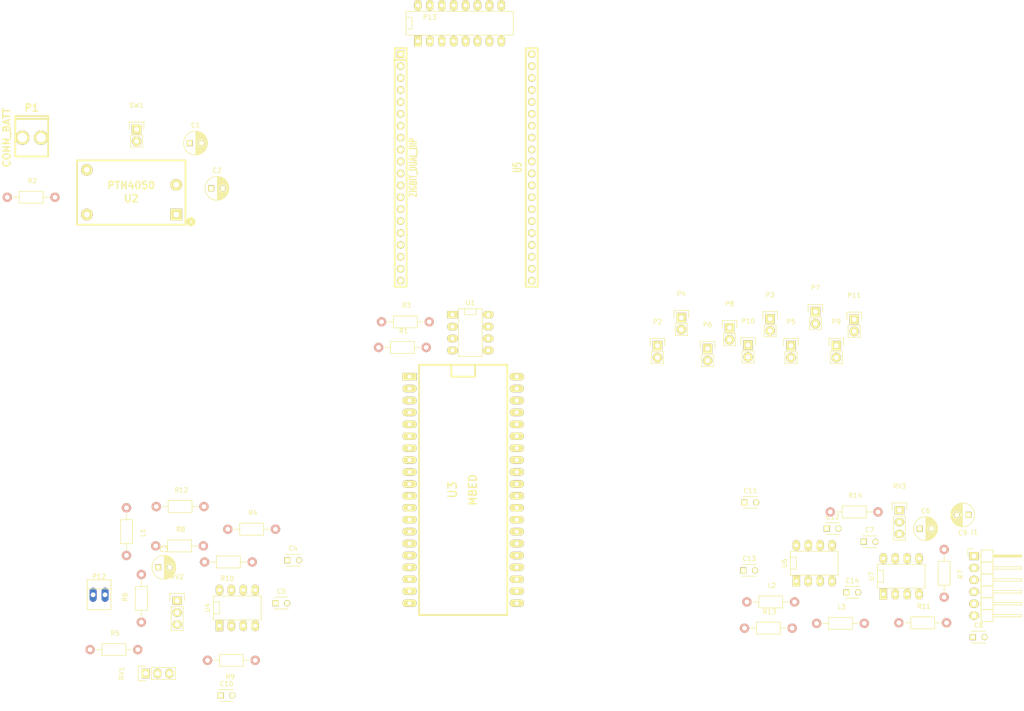
<source format=kicad_pcb>
(kicad_pcb (version 4) (host pcbnew 0.201504141001+5596~22~ubuntu14.04.1-product)

  (general
    (links 133)
    (no_connects 133)
    (area 26.851 10.849 245.571001 162.733)
    (thickness 1.6)
    (drawings 0)
    (tracks 0)
    (zones 0)
    (modules 56)
    (nets 57)
  )

  (page A4)
  (title_block
    (title "Control remoto - Marciano")
    (date "mié 15 abr 2015")
    (rev 1.0)
    (company "Club de Robótica - FIUBA")
    (comment 1 "Julieta Marasco - Ariel Burman")
  )

  (layers
    (0 F.Cu signal)
    (31 B.Cu signal)
    (32 B.Adhes user)
    (33 F.Adhes user)
    (34 B.Paste user)
    (35 F.Paste user)
    (36 B.SilkS user)
    (37 F.SilkS user)
    (38 B.Mask user)
    (39 F.Mask user)
    (40 Dwgs.User user)
    (41 Cmts.User user)
    (42 Eco1.User user)
    (43 Eco2.User user)
    (44 Edge.Cuts user)
    (45 Margin user)
    (46 B.CrtYd user)
    (47 F.CrtYd user)
    (48 B.Fab user)
    (49 F.Fab user)
  )

  (setup
    (last_trace_width 0.25)
    (trace_clearance 0.2)
    (zone_clearance 0.508)
    (zone_45_only no)
    (trace_min 0.2)
    (segment_width 0.2)
    (edge_width 0.15)
    (via_size 0.6)
    (via_drill 0.4)
    (via_min_size 0.4)
    (via_min_drill 0.3)
    (uvia_size 0.3)
    (uvia_drill 0.1)
    (uvias_allowed no)
    (uvia_min_size 0.2)
    (uvia_min_drill 0.1)
    (pcb_text_width 0.3)
    (pcb_text_size 1.5 1.5)
    (mod_edge_width 0.15)
    (mod_text_size 0.000001 0.000001)
    (mod_text_width 0.15)
    (pad_size 1.4 1.4)
    (pad_drill 0.6)
    (pad_to_mask_clearance 0.2)
    (aux_axis_origin 0 0)
    (visible_elements FFFFFF7F)
    (pcbplotparams
      (layerselection 0x00030_80000001)
      (usegerberextensions false)
      (excludeedgelayer true)
      (linewidth 0.304800)
      (plotframeref false)
      (viasonmask false)
      (mode 1)
      (useauxorigin false)
      (hpglpennumber 1)
      (hpglpenspeed 20)
      (hpglpendiameter 15)
      (hpglpenoverlay 2)
      (psnegative false)
      (psa4output false)
      (plotreference true)
      (plotvalue true)
      (plotinvisibletext false)
      (padsonsilk false)
      (subtractmaskfromsilk false)
      (outputformat 1)
      (mirror false)
      (drillshape 1)
      (scaleselection 1)
      (outputdirectory ""))
  )

  (net 0 "")
  (net 1 "Net-(C1-Pad1)")
  (net 2 GND)
  (net 3 +5V)
  (net 4 "Net-(C3-Pad1)")
  (net 5 "Net-(C3-Pad2)")
  (net 6 "Net-(C4-Pad2)")
  (net 7 /MIC)
  (net 8 "Net-(C6-Pad1)")
  (net 9 "Net-(C6-Pad2)")
  (net 10 "Net-(C7-Pad2)")
  (net 11 "Net-(C8-Pad1)")
  (net 12 "Net-(C9-Pad1)")
  (net 13 "Net-(C9-Pad2)")
  (net 14 /VCC2)
  (net 15 "Net-(C11-Pad1)")
  (net 16 "Net-(C12-Pad1)")
  (net 17 /Parlante/VCC3)
  (net 18 /Parlante/VCC2)
  (net 19 "Net-(J1-Pad5)")
  (net 20 "Net-(J1-Pad6)")
  (net 21 +BATT)
  (net 22 /BTN_00)
  (net 23 /BTN_05)
  (net 24 /BTN_01)
  (net 25 /BTN_06)
  (net 26 /BTN_02)
  (net 27 /BTN_07)
  (net 28 /BTN_03)
  (net 29 /BTN_08)
  (net 30 /BTN_04)
  (net 31 /BTN_09)
  (net 32 /DIPSW_1)
  (net 33 /DIPSW_2)
  (net 34 /DIPSW_3)
  (net 35 /DIPSW_4)
  (net 36 /DIPSW_5)
  (net 37 /DIPSW_6)
  (net 38 /DIPSW_7)
  (net 39 /DIPSW_8)
  (net 40 +3V3)
  (net 41 /SCL)
  (net 42 "Net-(R2-Pad1)")
  (net 43 /SDA)
  (net 44 "Net-(R5-Pad2)")
  (net 45 "Net-(R6-Pad1)")
  (net 46 "Net-(R8-Pad1)")
  (net 47 "Net-(R9-Pad2)")
  (net 48 "Net-(R10-Pad2)")
  (net 49 /Parlante/IN)
  (net 50 "Net-(R14-Pad2)")
  (net 51 "Net-(RV3-Pad2)")
  (net 52 /ACEL_INT1)
  (net 53 /ACEL_INT2)
  (net 54 /ZB_RESET)
  (net 55 /ZIGBIT_TX)
  (net 56 /ZIGBIT_RX)

  (net_class Default "This is the default net class."
    (clearance 0.2)
    (trace_width 0.25)
    (via_dia 0.6)
    (via_drill 0.4)
    (uvia_dia 0.3)
    (uvia_drill 0.1)
    (add_net +3V3)
    (add_net +5V)
    (add_net +BATT)
    (add_net /ACEL_INT1)
    (add_net /ACEL_INT2)
    (add_net /BTN_00)
    (add_net /BTN_01)
    (add_net /BTN_02)
    (add_net /BTN_03)
    (add_net /BTN_04)
    (add_net /BTN_05)
    (add_net /BTN_06)
    (add_net /BTN_07)
    (add_net /BTN_08)
    (add_net /BTN_09)
    (add_net /DIPSW_1)
    (add_net /DIPSW_2)
    (add_net /DIPSW_3)
    (add_net /DIPSW_4)
    (add_net /DIPSW_5)
    (add_net /DIPSW_6)
    (add_net /DIPSW_7)
    (add_net /DIPSW_8)
    (add_net /MIC)
    (add_net /Parlante/IN)
    (add_net /Parlante/VCC2)
    (add_net /Parlante/VCC3)
    (add_net /SCL)
    (add_net /SDA)
    (add_net /VCC2)
    (add_net /ZB_RESET)
    (add_net /ZIGBIT_RX)
    (add_net /ZIGBIT_TX)
    (add_net GND)
    (add_net "Net-(C1-Pad1)")
    (add_net "Net-(C11-Pad1)")
    (add_net "Net-(C12-Pad1)")
    (add_net "Net-(C3-Pad1)")
    (add_net "Net-(C3-Pad2)")
    (add_net "Net-(C4-Pad2)")
    (add_net "Net-(C6-Pad1)")
    (add_net "Net-(C6-Pad2)")
    (add_net "Net-(C7-Pad2)")
    (add_net "Net-(C8-Pad1)")
    (add_net "Net-(C9-Pad1)")
    (add_net "Net-(C9-Pad2)")
    (add_net "Net-(J1-Pad5)")
    (add_net "Net-(J1-Pad6)")
    (add_net "Net-(R10-Pad2)")
    (add_net "Net-(R14-Pad2)")
    (add_net "Net-(R2-Pad1)")
    (add_net "Net-(R5-Pad2)")
    (add_net "Net-(R6-Pad1)")
    (add_net "Net-(R8-Pad1)")
    (add_net "Net-(R9-Pad2)")
    (add_net "Net-(RV3-Pad2)")
  )

  (module Capacitors_ThroughHole:C_Radial_D5_L6_P2.5 (layer F.Cu) (tedit 0) (tstamp 552DD99C)
    (at 67.564 41.529)
    (descr "Radial Electrolytic Capacitor Diameter 5mm x Length 6mm, Pitch 2.5mm")
    (tags "Electrolytic Capacitor")
    (path /552E70C6)
    (fp_text reference C1 (at 1.25 -3.8) (layer F.SilkS)
      (effects (font (size 1 1) (thickness 0.15)))
    )
    (fp_text value 100u (at 1.25 3.8) (layer F.Fab)
      (effects (font (size 1 1) (thickness 0.15)))
    )
    (fp_line (start 1.325 -2.499) (end 1.325 2.499) (layer F.SilkS) (width 0.15))
    (fp_line (start 1.465 -2.491) (end 1.465 2.491) (layer F.SilkS) (width 0.15))
    (fp_line (start 1.605 -2.475) (end 1.605 -0.095) (layer F.SilkS) (width 0.15))
    (fp_line (start 1.605 0.095) (end 1.605 2.475) (layer F.SilkS) (width 0.15))
    (fp_line (start 1.745 -2.451) (end 1.745 -0.49) (layer F.SilkS) (width 0.15))
    (fp_line (start 1.745 0.49) (end 1.745 2.451) (layer F.SilkS) (width 0.15))
    (fp_line (start 1.885 -2.418) (end 1.885 -0.657) (layer F.SilkS) (width 0.15))
    (fp_line (start 1.885 0.657) (end 1.885 2.418) (layer F.SilkS) (width 0.15))
    (fp_line (start 2.025 -2.377) (end 2.025 -0.764) (layer F.SilkS) (width 0.15))
    (fp_line (start 2.025 0.764) (end 2.025 2.377) (layer F.SilkS) (width 0.15))
    (fp_line (start 2.165 -2.327) (end 2.165 -0.835) (layer F.SilkS) (width 0.15))
    (fp_line (start 2.165 0.835) (end 2.165 2.327) (layer F.SilkS) (width 0.15))
    (fp_line (start 2.305 -2.266) (end 2.305 -0.879) (layer F.SilkS) (width 0.15))
    (fp_line (start 2.305 0.879) (end 2.305 2.266) (layer F.SilkS) (width 0.15))
    (fp_line (start 2.445 -2.196) (end 2.445 -0.898) (layer F.SilkS) (width 0.15))
    (fp_line (start 2.445 0.898) (end 2.445 2.196) (layer F.SilkS) (width 0.15))
    (fp_line (start 2.585 -2.114) (end 2.585 -0.896) (layer F.SilkS) (width 0.15))
    (fp_line (start 2.585 0.896) (end 2.585 2.114) (layer F.SilkS) (width 0.15))
    (fp_line (start 2.725 -2.019) (end 2.725 -0.871) (layer F.SilkS) (width 0.15))
    (fp_line (start 2.725 0.871) (end 2.725 2.019) (layer F.SilkS) (width 0.15))
    (fp_line (start 2.865 -1.908) (end 2.865 -0.823) (layer F.SilkS) (width 0.15))
    (fp_line (start 2.865 0.823) (end 2.865 1.908) (layer F.SilkS) (width 0.15))
    (fp_line (start 3.005 -1.78) (end 3.005 -0.745) (layer F.SilkS) (width 0.15))
    (fp_line (start 3.005 0.745) (end 3.005 1.78) (layer F.SilkS) (width 0.15))
    (fp_line (start 3.145 -1.631) (end 3.145 -0.628) (layer F.SilkS) (width 0.15))
    (fp_line (start 3.145 0.628) (end 3.145 1.631) (layer F.SilkS) (width 0.15))
    (fp_line (start 3.285 -1.452) (end 3.285 -0.44) (layer F.SilkS) (width 0.15))
    (fp_line (start 3.285 0.44) (end 3.285 1.452) (layer F.SilkS) (width 0.15))
    (fp_line (start 3.425 -1.233) (end 3.425 1.233) (layer F.SilkS) (width 0.15))
    (fp_line (start 3.565 -0.944) (end 3.565 0.944) (layer F.SilkS) (width 0.15))
    (fp_line (start 3.705 -0.472) (end 3.705 0.472) (layer F.SilkS) (width 0.15))
    (fp_circle (center 2.5 0) (end 2.5 -0.9) (layer F.SilkS) (width 0.15))
    (fp_circle (center 1.25 0) (end 1.25 -2.5375) (layer F.SilkS) (width 0.15))
    (fp_circle (center 1.25 0) (end 1.25 -2.8) (layer F.CrtYd) (width 0.05))
    (pad 1 thru_hole rect (at 0 0) (size 1.3 1.3) (drill 0.8) (layers *.Cu *.Mask F.SilkS)
      (net 1 "Net-(C1-Pad1)"))
    (pad 2 thru_hole circle (at 2.5 0) (size 1.3 1.3) (drill 0.8) (layers *.Cu *.Mask F.SilkS)
      (net 2 GND))
    (model Capacitors_ThroughHole.3dshapes/C_Radial_D5_L6_P2.5.wrl
      (at (xyz 0.0492126 0 0))
      (scale (xyz 1 1 1))
      (rotate (xyz 0 0 90))
    )
  )

  (module Capacitors_ThroughHole:C_Radial_D5_L6_P2.5 (layer F.Cu) (tedit 0) (tstamp 552DD9A2)
    (at 72.136 51.181)
    (descr "Radial Electrolytic Capacitor Diameter 5mm x Length 6mm, Pitch 2.5mm")
    (tags "Electrolytic Capacitor")
    (path /552E6E5C)
    (fp_text reference C2 (at 1.25 -3.8) (layer F.SilkS)
      (effects (font (size 1 1) (thickness 0.15)))
    )
    (fp_text value 100u (at 1.25 3.8) (layer F.Fab)
      (effects (font (size 1 1) (thickness 0.15)))
    )
    (fp_line (start 1.325 -2.499) (end 1.325 2.499) (layer F.SilkS) (width 0.15))
    (fp_line (start 1.465 -2.491) (end 1.465 2.491) (layer F.SilkS) (width 0.15))
    (fp_line (start 1.605 -2.475) (end 1.605 -0.095) (layer F.SilkS) (width 0.15))
    (fp_line (start 1.605 0.095) (end 1.605 2.475) (layer F.SilkS) (width 0.15))
    (fp_line (start 1.745 -2.451) (end 1.745 -0.49) (layer F.SilkS) (width 0.15))
    (fp_line (start 1.745 0.49) (end 1.745 2.451) (layer F.SilkS) (width 0.15))
    (fp_line (start 1.885 -2.418) (end 1.885 -0.657) (layer F.SilkS) (width 0.15))
    (fp_line (start 1.885 0.657) (end 1.885 2.418) (layer F.SilkS) (width 0.15))
    (fp_line (start 2.025 -2.377) (end 2.025 -0.764) (layer F.SilkS) (width 0.15))
    (fp_line (start 2.025 0.764) (end 2.025 2.377) (layer F.SilkS) (width 0.15))
    (fp_line (start 2.165 -2.327) (end 2.165 -0.835) (layer F.SilkS) (width 0.15))
    (fp_line (start 2.165 0.835) (end 2.165 2.327) (layer F.SilkS) (width 0.15))
    (fp_line (start 2.305 -2.266) (end 2.305 -0.879) (layer F.SilkS) (width 0.15))
    (fp_line (start 2.305 0.879) (end 2.305 2.266) (layer F.SilkS) (width 0.15))
    (fp_line (start 2.445 -2.196) (end 2.445 -0.898) (layer F.SilkS) (width 0.15))
    (fp_line (start 2.445 0.898) (end 2.445 2.196) (layer F.SilkS) (width 0.15))
    (fp_line (start 2.585 -2.114) (end 2.585 -0.896) (layer F.SilkS) (width 0.15))
    (fp_line (start 2.585 0.896) (end 2.585 2.114) (layer F.SilkS) (width 0.15))
    (fp_line (start 2.725 -2.019) (end 2.725 -0.871) (layer F.SilkS) (width 0.15))
    (fp_line (start 2.725 0.871) (end 2.725 2.019) (layer F.SilkS) (width 0.15))
    (fp_line (start 2.865 -1.908) (end 2.865 -0.823) (layer F.SilkS) (width 0.15))
    (fp_line (start 2.865 0.823) (end 2.865 1.908) (layer F.SilkS) (width 0.15))
    (fp_line (start 3.005 -1.78) (end 3.005 -0.745) (layer F.SilkS) (width 0.15))
    (fp_line (start 3.005 0.745) (end 3.005 1.78) (layer F.SilkS) (width 0.15))
    (fp_line (start 3.145 -1.631) (end 3.145 -0.628) (layer F.SilkS) (width 0.15))
    (fp_line (start 3.145 0.628) (end 3.145 1.631) (layer F.SilkS) (width 0.15))
    (fp_line (start 3.285 -1.452) (end 3.285 -0.44) (layer F.SilkS) (width 0.15))
    (fp_line (start 3.285 0.44) (end 3.285 1.452) (layer F.SilkS) (width 0.15))
    (fp_line (start 3.425 -1.233) (end 3.425 1.233) (layer F.SilkS) (width 0.15))
    (fp_line (start 3.565 -0.944) (end 3.565 0.944) (layer F.SilkS) (width 0.15))
    (fp_line (start 3.705 -0.472) (end 3.705 0.472) (layer F.SilkS) (width 0.15))
    (fp_circle (center 2.5 0) (end 2.5 -0.9) (layer F.SilkS) (width 0.15))
    (fp_circle (center 1.25 0) (end 1.25 -2.5375) (layer F.SilkS) (width 0.15))
    (fp_circle (center 1.25 0) (end 1.25 -2.8) (layer F.CrtYd) (width 0.05))
    (pad 1 thru_hole rect (at 0 0) (size 1.3 1.3) (drill 0.8) (layers *.Cu *.Mask F.SilkS)
      (net 3 +5V))
    (pad 2 thru_hole circle (at 2.5 0) (size 1.3 1.3) (drill 0.8) (layers *.Cu *.Mask F.SilkS)
      (net 2 GND))
    (model Capacitors_ThroughHole.3dshapes/C_Radial_D5_L6_P2.5.wrl
      (at (xyz 0.0492126 0 0))
      (scale (xyz 1 1 1))
      (rotate (xyz 0 0 90))
    )
  )

  (module Capacitors_ThroughHole:C_Radial_D5_L6_P2.5 (layer F.Cu) (tedit 0) (tstamp 552DD9A8)
    (at 60.833 131.953)
    (descr "Radial Electrolytic Capacitor Diameter 5mm x Length 6mm, Pitch 2.5mm")
    (tags "Electrolytic Capacitor")
    (path /5503C36B)
    (fp_text reference C3 (at 1.25 -3.8) (layer F.SilkS)
      (effects (font (size 1 1) (thickness 0.15)))
    )
    (fp_text value 10u (at 1.25 3.8) (layer F.Fab)
      (effects (font (size 1 1) (thickness 0.15)))
    )
    (fp_line (start 1.325 -2.499) (end 1.325 2.499) (layer F.SilkS) (width 0.15))
    (fp_line (start 1.465 -2.491) (end 1.465 2.491) (layer F.SilkS) (width 0.15))
    (fp_line (start 1.605 -2.475) (end 1.605 -0.095) (layer F.SilkS) (width 0.15))
    (fp_line (start 1.605 0.095) (end 1.605 2.475) (layer F.SilkS) (width 0.15))
    (fp_line (start 1.745 -2.451) (end 1.745 -0.49) (layer F.SilkS) (width 0.15))
    (fp_line (start 1.745 0.49) (end 1.745 2.451) (layer F.SilkS) (width 0.15))
    (fp_line (start 1.885 -2.418) (end 1.885 -0.657) (layer F.SilkS) (width 0.15))
    (fp_line (start 1.885 0.657) (end 1.885 2.418) (layer F.SilkS) (width 0.15))
    (fp_line (start 2.025 -2.377) (end 2.025 -0.764) (layer F.SilkS) (width 0.15))
    (fp_line (start 2.025 0.764) (end 2.025 2.377) (layer F.SilkS) (width 0.15))
    (fp_line (start 2.165 -2.327) (end 2.165 -0.835) (layer F.SilkS) (width 0.15))
    (fp_line (start 2.165 0.835) (end 2.165 2.327) (layer F.SilkS) (width 0.15))
    (fp_line (start 2.305 -2.266) (end 2.305 -0.879) (layer F.SilkS) (width 0.15))
    (fp_line (start 2.305 0.879) (end 2.305 2.266) (layer F.SilkS) (width 0.15))
    (fp_line (start 2.445 -2.196) (end 2.445 -0.898) (layer F.SilkS) (width 0.15))
    (fp_line (start 2.445 0.898) (end 2.445 2.196) (layer F.SilkS) (width 0.15))
    (fp_line (start 2.585 -2.114) (end 2.585 -0.896) (layer F.SilkS) (width 0.15))
    (fp_line (start 2.585 0.896) (end 2.585 2.114) (layer F.SilkS) (width 0.15))
    (fp_line (start 2.725 -2.019) (end 2.725 -0.871) (layer F.SilkS) (width 0.15))
    (fp_line (start 2.725 0.871) (end 2.725 2.019) (layer F.SilkS) (width 0.15))
    (fp_line (start 2.865 -1.908) (end 2.865 -0.823) (layer F.SilkS) (width 0.15))
    (fp_line (start 2.865 0.823) (end 2.865 1.908) (layer F.SilkS) (width 0.15))
    (fp_line (start 3.005 -1.78) (end 3.005 -0.745) (layer F.SilkS) (width 0.15))
    (fp_line (start 3.005 0.745) (end 3.005 1.78) (layer F.SilkS) (width 0.15))
    (fp_line (start 3.145 -1.631) (end 3.145 -0.628) (layer F.SilkS) (width 0.15))
    (fp_line (start 3.145 0.628) (end 3.145 1.631) (layer F.SilkS) (width 0.15))
    (fp_line (start 3.285 -1.452) (end 3.285 -0.44) (layer F.SilkS) (width 0.15))
    (fp_line (start 3.285 0.44) (end 3.285 1.452) (layer F.SilkS) (width 0.15))
    (fp_line (start 3.425 -1.233) (end 3.425 1.233) (layer F.SilkS) (width 0.15))
    (fp_line (start 3.565 -0.944) (end 3.565 0.944) (layer F.SilkS) (width 0.15))
    (fp_line (start 3.705 -0.472) (end 3.705 0.472) (layer F.SilkS) (width 0.15))
    (fp_circle (center 2.5 0) (end 2.5 -0.9) (layer F.SilkS) (width 0.15))
    (fp_circle (center 1.25 0) (end 1.25 -2.5375) (layer F.SilkS) (width 0.15))
    (fp_circle (center 1.25 0) (end 1.25 -2.8) (layer F.CrtYd) (width 0.05))
    (pad 1 thru_hole rect (at 0 0) (size 1.3 1.3) (drill 0.8) (layers *.Cu *.Mask F.SilkS)
      (net 4 "Net-(C3-Pad1)"))
    (pad 2 thru_hole circle (at 2.5 0) (size 1.3 1.3) (drill 0.8) (layers *.Cu *.Mask F.SilkS)
      (net 5 "Net-(C3-Pad2)"))
    (model Capacitors_ThroughHole.3dshapes/C_Radial_D5_L6_P2.5.wrl
      (at (xyz 0.0492126 0 0))
      (scale (xyz 1 1 1))
      (rotate (xyz 0 0 90))
    )
  )

  (module Capacitors_ThroughHole:C_Disc_D3_P2.5 (layer F.Cu) (tedit 0) (tstamp 552DD9AE)
    (at 88.392 130.429)
    (descr "Capacitor 3mm Disc, Pitch 2.5mm")
    (tags Capacitor)
    (path /55040934)
    (fp_text reference C4 (at 1.25 -2.5) (layer F.SilkS)
      (effects (font (size 1 1) (thickness 0.15)))
    )
    (fp_text value 100n (at 1.25 2.5) (layer F.Fab)
      (effects (font (size 1 1) (thickness 0.15)))
    )
    (fp_line (start -0.9 -1.5) (end 3.4 -1.5) (layer F.CrtYd) (width 0.05))
    (fp_line (start 3.4 -1.5) (end 3.4 1.5) (layer F.CrtYd) (width 0.05))
    (fp_line (start 3.4 1.5) (end -0.9 1.5) (layer F.CrtYd) (width 0.05))
    (fp_line (start -0.9 1.5) (end -0.9 -1.5) (layer F.CrtYd) (width 0.05))
    (fp_line (start -0.25 -1.25) (end 2.75 -1.25) (layer F.SilkS) (width 0.15))
    (fp_line (start 2.75 1.25) (end -0.25 1.25) (layer F.SilkS) (width 0.15))
    (pad 1 thru_hole rect (at 0 0) (size 1.3 1.3) (drill 0.8) (layers *.Cu *.Mask F.SilkS)
      (net 2 GND))
    (pad 2 thru_hole circle (at 2.5 0) (size 1.3 1.3) (drill 0.8001) (layers *.Cu *.Mask F.SilkS)
      (net 6 "Net-(C4-Pad2)"))
    (model Capacitors_ThroughHole.3dshapes/C_Disc_D3_P2.5.wrl
      (at (xyz 0.0492126 0 0))
      (scale (xyz 1 1 1))
      (rotate (xyz 0 0 0))
    )
  )

  (module Capacitors_ThroughHole:C_Disc_D3_P2.5 (layer F.Cu) (tedit 0) (tstamp 552DD9B4)
    (at 85.852 139.573)
    (descr "Capacitor 3mm Disc, Pitch 2.5mm")
    (tags Capacitor)
    (path /550419B1)
    (fp_text reference C5 (at 1.25 -2.5) (layer F.SilkS)
      (effects (font (size 1 1) (thickness 0.15)))
    )
    (fp_text value 100n (at 1.25 2.5) (layer F.Fab)
      (effects (font (size 1 1) (thickness 0.15)))
    )
    (fp_line (start -0.9 -1.5) (end 3.4 -1.5) (layer F.CrtYd) (width 0.05))
    (fp_line (start 3.4 -1.5) (end 3.4 1.5) (layer F.CrtYd) (width 0.05))
    (fp_line (start 3.4 1.5) (end -0.9 1.5) (layer F.CrtYd) (width 0.05))
    (fp_line (start -0.9 1.5) (end -0.9 -1.5) (layer F.CrtYd) (width 0.05))
    (fp_line (start -0.25 -1.25) (end 2.75 -1.25) (layer F.SilkS) (width 0.15))
    (fp_line (start 2.75 1.25) (end -0.25 1.25) (layer F.SilkS) (width 0.15))
    (pad 1 thru_hole rect (at 0 0) (size 1.3 1.3) (drill 0.8) (layers *.Cu *.Mask F.SilkS)
      (net 2 GND))
    (pad 2 thru_hole circle (at 2.5 0) (size 1.3 1.3) (drill 0.8001) (layers *.Cu *.Mask F.SilkS)
      (net 7 /MIC))
    (model Capacitors_ThroughHole.3dshapes/C_Disc_D3_P2.5.wrl
      (at (xyz 0.0492126 0 0))
      (scale (xyz 1 1 1))
      (rotate (xyz 0 0 0))
    )
  )

  (module Capacitors_ThroughHole:C_Radial_D5_L6_P2.5 (layer F.Cu) (tedit 0) (tstamp 552DD9BA)
    (at 223.139 123.698)
    (descr "Radial Electrolytic Capacitor Diameter 5mm x Length 6mm, Pitch 2.5mm")
    (tags "Electrolytic Capacitor")
    (path /5528903B/552E6B77)
    (fp_text reference C6 (at 1.25 -3.8) (layer F.SilkS)
      (effects (font (size 1 1) (thickness 0.15)))
    )
    (fp_text value 10u (at 1.25 3.8) (layer F.Fab)
      (effects (font (size 1 1) (thickness 0.15)))
    )
    (fp_line (start 1.325 -2.499) (end 1.325 2.499) (layer F.SilkS) (width 0.15))
    (fp_line (start 1.465 -2.491) (end 1.465 2.491) (layer F.SilkS) (width 0.15))
    (fp_line (start 1.605 -2.475) (end 1.605 -0.095) (layer F.SilkS) (width 0.15))
    (fp_line (start 1.605 0.095) (end 1.605 2.475) (layer F.SilkS) (width 0.15))
    (fp_line (start 1.745 -2.451) (end 1.745 -0.49) (layer F.SilkS) (width 0.15))
    (fp_line (start 1.745 0.49) (end 1.745 2.451) (layer F.SilkS) (width 0.15))
    (fp_line (start 1.885 -2.418) (end 1.885 -0.657) (layer F.SilkS) (width 0.15))
    (fp_line (start 1.885 0.657) (end 1.885 2.418) (layer F.SilkS) (width 0.15))
    (fp_line (start 2.025 -2.377) (end 2.025 -0.764) (layer F.SilkS) (width 0.15))
    (fp_line (start 2.025 0.764) (end 2.025 2.377) (layer F.SilkS) (width 0.15))
    (fp_line (start 2.165 -2.327) (end 2.165 -0.835) (layer F.SilkS) (width 0.15))
    (fp_line (start 2.165 0.835) (end 2.165 2.327) (layer F.SilkS) (width 0.15))
    (fp_line (start 2.305 -2.266) (end 2.305 -0.879) (layer F.SilkS) (width 0.15))
    (fp_line (start 2.305 0.879) (end 2.305 2.266) (layer F.SilkS) (width 0.15))
    (fp_line (start 2.445 -2.196) (end 2.445 -0.898) (layer F.SilkS) (width 0.15))
    (fp_line (start 2.445 0.898) (end 2.445 2.196) (layer F.SilkS) (width 0.15))
    (fp_line (start 2.585 -2.114) (end 2.585 -0.896) (layer F.SilkS) (width 0.15))
    (fp_line (start 2.585 0.896) (end 2.585 2.114) (layer F.SilkS) (width 0.15))
    (fp_line (start 2.725 -2.019) (end 2.725 -0.871) (layer F.SilkS) (width 0.15))
    (fp_line (start 2.725 0.871) (end 2.725 2.019) (layer F.SilkS) (width 0.15))
    (fp_line (start 2.865 -1.908) (end 2.865 -0.823) (layer F.SilkS) (width 0.15))
    (fp_line (start 2.865 0.823) (end 2.865 1.908) (layer F.SilkS) (width 0.15))
    (fp_line (start 3.005 -1.78) (end 3.005 -0.745) (layer F.SilkS) (width 0.15))
    (fp_line (start 3.005 0.745) (end 3.005 1.78) (layer F.SilkS) (width 0.15))
    (fp_line (start 3.145 -1.631) (end 3.145 -0.628) (layer F.SilkS) (width 0.15))
    (fp_line (start 3.145 0.628) (end 3.145 1.631) (layer F.SilkS) (width 0.15))
    (fp_line (start 3.285 -1.452) (end 3.285 -0.44) (layer F.SilkS) (width 0.15))
    (fp_line (start 3.285 0.44) (end 3.285 1.452) (layer F.SilkS) (width 0.15))
    (fp_line (start 3.425 -1.233) (end 3.425 1.233) (layer F.SilkS) (width 0.15))
    (fp_line (start 3.565 -0.944) (end 3.565 0.944) (layer F.SilkS) (width 0.15))
    (fp_line (start 3.705 -0.472) (end 3.705 0.472) (layer F.SilkS) (width 0.15))
    (fp_circle (center 2.5 0) (end 2.5 -0.9) (layer F.SilkS) (width 0.15))
    (fp_circle (center 1.25 0) (end 1.25 -2.5375) (layer F.SilkS) (width 0.15))
    (fp_circle (center 1.25 0) (end 1.25 -2.8) (layer F.CrtYd) (width 0.05))
    (pad 1 thru_hole rect (at 0 0) (size 1.3 1.3) (drill 0.8) (layers *.Cu *.Mask F.SilkS)
      (net 8 "Net-(C6-Pad1)"))
    (pad 2 thru_hole circle (at 2.5 0) (size 1.3 1.3) (drill 0.8) (layers *.Cu *.Mask F.SilkS)
      (net 9 "Net-(C6-Pad2)"))
    (model Capacitors_ThroughHole.3dshapes/C_Radial_D5_L6_P2.5.wrl
      (at (xyz 0.0492126 0 0))
      (scale (xyz 1 1 1))
      (rotate (xyz 0 0 90))
    )
  )

  (module Capacitors_ThroughHole:C_Disc_D3_P2.5 (layer F.Cu) (tedit 0) (tstamp 552DD9C0)
    (at 211.201 126.492)
    (descr "Capacitor 3mm Disc, Pitch 2.5mm")
    (tags Capacitor)
    (path /5528903B/55289583)
    (fp_text reference C7 (at 1.25 -2.5) (layer F.SilkS)
      (effects (font (size 1 1) (thickness 0.15)))
    )
    (fp_text value 100n (at 1.25 2.5) (layer F.Fab)
      (effects (font (size 1 1) (thickness 0.15)))
    )
    (fp_line (start -0.9 -1.5) (end 3.4 -1.5) (layer F.CrtYd) (width 0.05))
    (fp_line (start 3.4 -1.5) (end 3.4 1.5) (layer F.CrtYd) (width 0.05))
    (fp_line (start 3.4 1.5) (end -0.9 1.5) (layer F.CrtYd) (width 0.05))
    (fp_line (start -0.9 1.5) (end -0.9 -1.5) (layer F.CrtYd) (width 0.05))
    (fp_line (start -0.25 -1.25) (end 2.75 -1.25) (layer F.SilkS) (width 0.15))
    (fp_line (start 2.75 1.25) (end -0.25 1.25) (layer F.SilkS) (width 0.15))
    (pad 1 thru_hole rect (at 0 0) (size 1.3 1.3) (drill 0.8) (layers *.Cu *.Mask F.SilkS)
      (net 2 GND))
    (pad 2 thru_hole circle (at 2.5 0) (size 1.3 1.3) (drill 0.8001) (layers *.Cu *.Mask F.SilkS)
      (net 10 "Net-(C7-Pad2)"))
    (model Capacitors_ThroughHole.3dshapes/C_Disc_D3_P2.5.wrl
      (at (xyz 0.0492126 0 0))
      (scale (xyz 1 1 1))
      (rotate (xyz 0 0 0))
    )
  )

  (module Capacitors_ThroughHole:C_Disc_D3_P2.5 (layer F.Cu) (tedit 0) (tstamp 552DD9C6)
    (at 234.442 146.812)
    (descr "Capacitor 3mm Disc, Pitch 2.5mm")
    (tags Capacitor)
    (path /5528903B/55289949)
    (fp_text reference C8 (at 1.25 -2.5) (layer F.SilkS)
      (effects (font (size 1 1) (thickness 0.15)))
    )
    (fp_text value 47n (at 1.25 2.5) (layer F.Fab)
      (effects (font (size 1 1) (thickness 0.15)))
    )
    (fp_line (start -0.9 -1.5) (end 3.4 -1.5) (layer F.CrtYd) (width 0.05))
    (fp_line (start 3.4 -1.5) (end 3.4 1.5) (layer F.CrtYd) (width 0.05))
    (fp_line (start 3.4 1.5) (end -0.9 1.5) (layer F.CrtYd) (width 0.05))
    (fp_line (start -0.9 1.5) (end -0.9 -1.5) (layer F.CrtYd) (width 0.05))
    (fp_line (start -0.25 -1.25) (end 2.75 -1.25) (layer F.SilkS) (width 0.15))
    (fp_line (start 2.75 1.25) (end -0.25 1.25) (layer F.SilkS) (width 0.15))
    (pad 1 thru_hole rect (at 0 0) (size 1.3 1.3) (drill 0.8) (layers *.Cu *.Mask F.SilkS)
      (net 11 "Net-(C8-Pad1)"))
    (pad 2 thru_hole circle (at 2.5 0) (size 1.3 1.3) (drill 0.8001) (layers *.Cu *.Mask F.SilkS)
      (net 2 GND))
    (model Capacitors_ThroughHole.3dshapes/C_Disc_D3_P2.5.wrl
      (at (xyz 0.0492126 0 0))
      (scale (xyz 1 1 1))
      (rotate (xyz 0 0 0))
    )
  )

  (module Capacitors_ThroughHole:C_Radial_D5_L6_P2.5 (layer F.Cu) (tedit 0) (tstamp 552DD9CC)
    (at 233.553 120.777 180)
    (descr "Radial Electrolytic Capacitor Diameter 5mm x Length 6mm, Pitch 2.5mm")
    (tags "Electrolytic Capacitor")
    (path /5528903B/55289796)
    (fp_text reference C9 (at 1.25 -3.8 180) (layer F.SilkS)
      (effects (font (size 1 1) (thickness 0.15)))
    )
    (fp_text value 250u (at 1.25 3.8 180) (layer F.Fab)
      (effects (font (size 1 1) (thickness 0.15)))
    )
    (fp_line (start 1.325 -2.499) (end 1.325 2.499) (layer F.SilkS) (width 0.15))
    (fp_line (start 1.465 -2.491) (end 1.465 2.491) (layer F.SilkS) (width 0.15))
    (fp_line (start 1.605 -2.475) (end 1.605 -0.095) (layer F.SilkS) (width 0.15))
    (fp_line (start 1.605 0.095) (end 1.605 2.475) (layer F.SilkS) (width 0.15))
    (fp_line (start 1.745 -2.451) (end 1.745 -0.49) (layer F.SilkS) (width 0.15))
    (fp_line (start 1.745 0.49) (end 1.745 2.451) (layer F.SilkS) (width 0.15))
    (fp_line (start 1.885 -2.418) (end 1.885 -0.657) (layer F.SilkS) (width 0.15))
    (fp_line (start 1.885 0.657) (end 1.885 2.418) (layer F.SilkS) (width 0.15))
    (fp_line (start 2.025 -2.377) (end 2.025 -0.764) (layer F.SilkS) (width 0.15))
    (fp_line (start 2.025 0.764) (end 2.025 2.377) (layer F.SilkS) (width 0.15))
    (fp_line (start 2.165 -2.327) (end 2.165 -0.835) (layer F.SilkS) (width 0.15))
    (fp_line (start 2.165 0.835) (end 2.165 2.327) (layer F.SilkS) (width 0.15))
    (fp_line (start 2.305 -2.266) (end 2.305 -0.879) (layer F.SilkS) (width 0.15))
    (fp_line (start 2.305 0.879) (end 2.305 2.266) (layer F.SilkS) (width 0.15))
    (fp_line (start 2.445 -2.196) (end 2.445 -0.898) (layer F.SilkS) (width 0.15))
    (fp_line (start 2.445 0.898) (end 2.445 2.196) (layer F.SilkS) (width 0.15))
    (fp_line (start 2.585 -2.114) (end 2.585 -0.896) (layer F.SilkS) (width 0.15))
    (fp_line (start 2.585 0.896) (end 2.585 2.114) (layer F.SilkS) (width 0.15))
    (fp_line (start 2.725 -2.019) (end 2.725 -0.871) (layer F.SilkS) (width 0.15))
    (fp_line (start 2.725 0.871) (end 2.725 2.019) (layer F.SilkS) (width 0.15))
    (fp_line (start 2.865 -1.908) (end 2.865 -0.823) (layer F.SilkS) (width 0.15))
    (fp_line (start 2.865 0.823) (end 2.865 1.908) (layer F.SilkS) (width 0.15))
    (fp_line (start 3.005 -1.78) (end 3.005 -0.745) (layer F.SilkS) (width 0.15))
    (fp_line (start 3.005 0.745) (end 3.005 1.78) (layer F.SilkS) (width 0.15))
    (fp_line (start 3.145 -1.631) (end 3.145 -0.628) (layer F.SilkS) (width 0.15))
    (fp_line (start 3.145 0.628) (end 3.145 1.631) (layer F.SilkS) (width 0.15))
    (fp_line (start 3.285 -1.452) (end 3.285 -0.44) (layer F.SilkS) (width 0.15))
    (fp_line (start 3.285 0.44) (end 3.285 1.452) (layer F.SilkS) (width 0.15))
    (fp_line (start 3.425 -1.233) (end 3.425 1.233) (layer F.SilkS) (width 0.15))
    (fp_line (start 3.565 -0.944) (end 3.565 0.944) (layer F.SilkS) (width 0.15))
    (fp_line (start 3.705 -0.472) (end 3.705 0.472) (layer F.SilkS) (width 0.15))
    (fp_circle (center 2.5 0) (end 2.5 -0.9) (layer F.SilkS) (width 0.15))
    (fp_circle (center 1.25 0) (end 1.25 -2.5375) (layer F.SilkS) (width 0.15))
    (fp_circle (center 1.25 0) (end 1.25 -2.8) (layer F.CrtYd) (width 0.05))
    (pad 1 thru_hole rect (at 0 0 180) (size 1.3 1.3) (drill 0.8) (layers *.Cu *.Mask F.SilkS)
      (net 12 "Net-(C9-Pad1)"))
    (pad 2 thru_hole circle (at 2.5 0 180) (size 1.3 1.3) (drill 0.8) (layers *.Cu *.Mask F.SilkS)
      (net 13 "Net-(C9-Pad2)"))
    (model Capacitors_ThroughHole.3dshapes/C_Radial_D5_L6_P2.5.wrl
      (at (xyz 0.0492126 0 0))
      (scale (xyz 1 1 1))
      (rotate (xyz 0 0 90))
    )
  )

  (module Capacitors_ThroughHole:C_Disc_D3_P2.5 (layer F.Cu) (tedit 0) (tstamp 552DD9D2)
    (at 74.168 159.258)
    (descr "Capacitor 3mm Disc, Pitch 2.5mm")
    (tags Capacitor)
    (path /552889EA)
    (fp_text reference C10 (at 1.25 -2.5) (layer F.SilkS)
      (effects (font (size 1 1) (thickness 0.15)))
    )
    (fp_text value 1u (at 1.25 2.5) (layer F.Fab)
      (effects (font (size 1 1) (thickness 0.15)))
    )
    (fp_line (start -0.9 -1.5) (end 3.4 -1.5) (layer F.CrtYd) (width 0.05))
    (fp_line (start 3.4 -1.5) (end 3.4 1.5) (layer F.CrtYd) (width 0.05))
    (fp_line (start 3.4 1.5) (end -0.9 1.5) (layer F.CrtYd) (width 0.05))
    (fp_line (start -0.9 1.5) (end -0.9 -1.5) (layer F.CrtYd) (width 0.05))
    (fp_line (start -0.25 -1.25) (end 2.75 -1.25) (layer F.SilkS) (width 0.15))
    (fp_line (start 2.75 1.25) (end -0.25 1.25) (layer F.SilkS) (width 0.15))
    (pad 1 thru_hole rect (at 0 0) (size 1.3 1.3) (drill 0.8) (layers *.Cu *.Mask F.SilkS)
      (net 14 /VCC2))
    (pad 2 thru_hole circle (at 2.5 0) (size 1.3 1.3) (drill 0.8001) (layers *.Cu *.Mask F.SilkS)
      (net 2 GND))
    (model Capacitors_ThroughHole.3dshapes/C_Disc_D3_P2.5.wrl
      (at (xyz 0.0492126 0 0))
      (scale (xyz 1 1 1))
      (rotate (xyz 0 0 0))
    )
  )

  (module Capacitors_ThroughHole:C_Disc_D3_P2.5 (layer F.Cu) (tedit 0) (tstamp 552DD9D8)
    (at 185.796001 118.12)
    (descr "Capacitor 3mm Disc, Pitch 2.5mm")
    (tags Capacitor)
    (path /5528903B/552E0967)
    (fp_text reference C11 (at 1.25 -2.5) (layer F.SilkS)
      (effects (font (size 1 1) (thickness 0.15)))
    )
    (fp_text value 33n (at 1.25 2.5) (layer F.Fab)
      (effects (font (size 1 1) (thickness 0.15)))
    )
    (fp_line (start -0.9 -1.5) (end 3.4 -1.5) (layer F.CrtYd) (width 0.05))
    (fp_line (start 3.4 -1.5) (end 3.4 1.5) (layer F.CrtYd) (width 0.05))
    (fp_line (start 3.4 1.5) (end -0.9 1.5) (layer F.CrtYd) (width 0.05))
    (fp_line (start -0.9 1.5) (end -0.9 -1.5) (layer F.CrtYd) (width 0.05))
    (fp_line (start -0.25 -1.25) (end 2.75 -1.25) (layer F.SilkS) (width 0.15))
    (fp_line (start 2.75 1.25) (end -0.25 1.25) (layer F.SilkS) (width 0.15))
    (pad 1 thru_hole rect (at 0 0) (size 1.3 1.3) (drill 0.8) (layers *.Cu *.Mask F.SilkS)
      (net 15 "Net-(C11-Pad1)"))
    (pad 2 thru_hole circle (at 2.5 0) (size 1.3 1.3) (drill 0.8001) (layers *.Cu *.Mask F.SilkS)
      (net 2 GND))
    (model Capacitors_ThroughHole.3dshapes/C_Disc_D3_P2.5.wrl
      (at (xyz 0.0492126 0 0))
      (scale (xyz 1 1 1))
      (rotate (xyz 0 0 0))
    )
  )

  (module Capacitors_ThroughHole:C_Disc_D3_P2.5 (layer F.Cu) (tedit 0) (tstamp 552DD9DE)
    (at 203.327 123.698)
    (descr "Capacitor 3mm Disc, Pitch 2.5mm")
    (tags Capacitor)
    (path /5528903B/552E0E3C)
    (fp_text reference C12 (at 1.25 -2.5) (layer F.SilkS)
      (effects (font (size 1 1) (thickness 0.15)))
    )
    (fp_text value 33n (at 1.25 2.5) (layer F.Fab)
      (effects (font (size 1 1) (thickness 0.15)))
    )
    (fp_line (start -0.9 -1.5) (end 3.4 -1.5) (layer F.CrtYd) (width 0.05))
    (fp_line (start 3.4 -1.5) (end 3.4 1.5) (layer F.CrtYd) (width 0.05))
    (fp_line (start 3.4 1.5) (end -0.9 1.5) (layer F.CrtYd) (width 0.05))
    (fp_line (start -0.9 1.5) (end -0.9 -1.5) (layer F.CrtYd) (width 0.05))
    (fp_line (start -0.25 -1.25) (end 2.75 -1.25) (layer F.SilkS) (width 0.15))
    (fp_line (start 2.75 1.25) (end -0.25 1.25) (layer F.SilkS) (width 0.15))
    (pad 1 thru_hole rect (at 0 0) (size 1.3 1.3) (drill 0.8) (layers *.Cu *.Mask F.SilkS)
      (net 16 "Net-(C12-Pad1)"))
    (pad 2 thru_hole circle (at 2.5 0) (size 1.3 1.3) (drill 0.8001) (layers *.Cu *.Mask F.SilkS)
      (net 2 GND))
    (model Capacitors_ThroughHole.3dshapes/C_Disc_D3_P2.5.wrl
      (at (xyz 0.0492126 0 0))
      (scale (xyz 1 1 1))
      (rotate (xyz 0 0 0))
    )
  )

  (module Capacitors_ThroughHole:C_Disc_D3_P2.5 (layer F.Cu) (tedit 0) (tstamp 552DD9E4)
    (at 185.547 132.588)
    (descr "Capacitor 3mm Disc, Pitch 2.5mm")
    (tags Capacitor)
    (path /5528903B/552E04F7)
    (fp_text reference C13 (at 1.25 -2.5) (layer F.SilkS)
      (effects (font (size 1 1) (thickness 0.15)))
    )
    (fp_text value 1u (at 1.25 2.5) (layer F.Fab)
      (effects (font (size 1 1) (thickness 0.15)))
    )
    (fp_line (start -0.9 -1.5) (end 3.4 -1.5) (layer F.CrtYd) (width 0.05))
    (fp_line (start 3.4 -1.5) (end 3.4 1.5) (layer F.CrtYd) (width 0.05))
    (fp_line (start 3.4 1.5) (end -0.9 1.5) (layer F.CrtYd) (width 0.05))
    (fp_line (start -0.9 1.5) (end -0.9 -1.5) (layer F.CrtYd) (width 0.05))
    (fp_line (start -0.25 -1.25) (end 2.75 -1.25) (layer F.SilkS) (width 0.15))
    (fp_line (start 2.75 1.25) (end -0.25 1.25) (layer F.SilkS) (width 0.15))
    (pad 1 thru_hole rect (at 0 0) (size 1.3 1.3) (drill 0.8) (layers *.Cu *.Mask F.SilkS)
      (net 17 /Parlante/VCC3))
    (pad 2 thru_hole circle (at 2.5 0) (size 1.3 1.3) (drill 0.8001) (layers *.Cu *.Mask F.SilkS)
      (net 2 GND))
    (model Capacitors_ThroughHole.3dshapes/C_Disc_D3_P2.5.wrl
      (at (xyz 0.0492126 0 0))
      (scale (xyz 1 1 1))
      (rotate (xyz 0 0 0))
    )
  )

  (module Capacitors_ThroughHole:C_Disc_D3_P2.5 (layer F.Cu) (tedit 0) (tstamp 552DD9EA)
    (at 207.518 137.287)
    (descr "Capacitor 3mm Disc, Pitch 2.5mm")
    (tags Capacitor)
    (path /5528903B/55287ECA)
    (fp_text reference C14 (at 1.25 -2.5) (layer F.SilkS)
      (effects (font (size 1 1) (thickness 0.15)))
    )
    (fp_text value 1u (at 1.25 2.5) (layer F.Fab)
      (effects (font (size 1 1) (thickness 0.15)))
    )
    (fp_line (start -0.9 -1.5) (end 3.4 -1.5) (layer F.CrtYd) (width 0.05))
    (fp_line (start 3.4 -1.5) (end 3.4 1.5) (layer F.CrtYd) (width 0.05))
    (fp_line (start 3.4 1.5) (end -0.9 1.5) (layer F.CrtYd) (width 0.05))
    (fp_line (start -0.9 1.5) (end -0.9 -1.5) (layer F.CrtYd) (width 0.05))
    (fp_line (start -0.25 -1.25) (end 2.75 -1.25) (layer F.SilkS) (width 0.15))
    (fp_line (start 2.75 1.25) (end -0.25 1.25) (layer F.SilkS) (width 0.15))
    (pad 1 thru_hole rect (at 0 0) (size 1.3 1.3) (drill 0.8) (layers *.Cu *.Mask F.SilkS)
      (net 18 /Parlante/VCC2))
    (pad 2 thru_hole circle (at 2.5 0) (size 1.3 1.3) (drill 0.8001) (layers *.Cu *.Mask F.SilkS)
      (net 2 GND))
    (model Capacitors_ThroughHole.3dshapes/C_Disc_D3_P2.5.wrl
      (at (xyz 0.0492126 0 0))
      (scale (xyz 1 1 1))
      (rotate (xyz 0 0 0))
    )
  )

  (module Pin_Headers:Pin_Header_Angled_1x06 (layer F.Cu) (tedit 0) (tstamp 552DD9F4)
    (at 234.696 129.54)
    (descr "Through hole pin header")
    (tags "pin header")
    (path /5528903B/552867E4)
    (fp_text reference J1 (at 0 -5.1) (layer F.SilkS)
      (effects (font (size 1 1) (thickness 0.15)))
    )
    (fp_text value JACK_TRS_6PINS (at 0 -3.1) (layer F.Fab)
      (effects (font (size 1 1) (thickness 0.15)))
    )
    (fp_line (start -1.5 -1.75) (end -1.5 14.45) (layer F.CrtYd) (width 0.05))
    (fp_line (start 10.65 -1.75) (end 10.65 14.45) (layer F.CrtYd) (width 0.05))
    (fp_line (start -1.5 -1.75) (end 10.65 -1.75) (layer F.CrtYd) (width 0.05))
    (fp_line (start -1.5 14.45) (end 10.65 14.45) (layer F.CrtYd) (width 0.05))
    (fp_line (start -1.3 -1.55) (end -1.3 0) (layer F.SilkS) (width 0.15))
    (fp_line (start 0 -1.55) (end -1.3 -1.55) (layer F.SilkS) (width 0.15))
    (fp_line (start 4.191 -0.127) (end 10.033 -0.127) (layer F.SilkS) (width 0.15))
    (fp_line (start 10.033 -0.127) (end 10.033 0.127) (layer F.SilkS) (width 0.15))
    (fp_line (start 10.033 0.127) (end 4.191 0.127) (layer F.SilkS) (width 0.15))
    (fp_line (start 4.191 0.127) (end 4.191 0) (layer F.SilkS) (width 0.15))
    (fp_line (start 4.191 0) (end 10.033 0) (layer F.SilkS) (width 0.15))
    (fp_line (start 1.524 -0.254) (end 1.143 -0.254) (layer F.SilkS) (width 0.15))
    (fp_line (start 1.524 0.254) (end 1.143 0.254) (layer F.SilkS) (width 0.15))
    (fp_line (start 1.524 2.286) (end 1.143 2.286) (layer F.SilkS) (width 0.15))
    (fp_line (start 1.524 2.794) (end 1.143 2.794) (layer F.SilkS) (width 0.15))
    (fp_line (start 1.524 4.826) (end 1.143 4.826) (layer F.SilkS) (width 0.15))
    (fp_line (start 1.524 5.334) (end 1.143 5.334) (layer F.SilkS) (width 0.15))
    (fp_line (start 1.524 12.954) (end 1.143 12.954) (layer F.SilkS) (width 0.15))
    (fp_line (start 1.524 12.446) (end 1.143 12.446) (layer F.SilkS) (width 0.15))
    (fp_line (start 1.524 10.414) (end 1.143 10.414) (layer F.SilkS) (width 0.15))
    (fp_line (start 1.524 9.906) (end 1.143 9.906) (layer F.SilkS) (width 0.15))
    (fp_line (start 1.524 7.874) (end 1.143 7.874) (layer F.SilkS) (width 0.15))
    (fp_line (start 1.524 7.366) (end 1.143 7.366) (layer F.SilkS) (width 0.15))
    (fp_line (start 1.524 -1.27) (end 4.064 -1.27) (layer F.SilkS) (width 0.15))
    (fp_line (start 1.524 1.27) (end 4.064 1.27) (layer F.SilkS) (width 0.15))
    (fp_line (start 1.524 1.27) (end 1.524 3.81) (layer F.SilkS) (width 0.15))
    (fp_line (start 1.524 3.81) (end 4.064 3.81) (layer F.SilkS) (width 0.15))
    (fp_line (start 4.064 2.286) (end 10.16 2.286) (layer F.SilkS) (width 0.15))
    (fp_line (start 10.16 2.286) (end 10.16 2.794) (layer F.SilkS) (width 0.15))
    (fp_line (start 10.16 2.794) (end 4.064 2.794) (layer F.SilkS) (width 0.15))
    (fp_line (start 4.064 3.81) (end 4.064 1.27) (layer F.SilkS) (width 0.15))
    (fp_line (start 4.064 1.27) (end 4.064 -1.27) (layer F.SilkS) (width 0.15))
    (fp_line (start 10.16 0.254) (end 4.064 0.254) (layer F.SilkS) (width 0.15))
    (fp_line (start 10.16 -0.254) (end 10.16 0.254) (layer F.SilkS) (width 0.15))
    (fp_line (start 4.064 -0.254) (end 10.16 -0.254) (layer F.SilkS) (width 0.15))
    (fp_line (start 1.524 1.27) (end 4.064 1.27) (layer F.SilkS) (width 0.15))
    (fp_line (start 1.524 -1.27) (end 1.524 1.27) (layer F.SilkS) (width 0.15))
    (fp_line (start 1.524 8.89) (end 4.064 8.89) (layer F.SilkS) (width 0.15))
    (fp_line (start 1.524 8.89) (end 1.524 11.43) (layer F.SilkS) (width 0.15))
    (fp_line (start 1.524 11.43) (end 4.064 11.43) (layer F.SilkS) (width 0.15))
    (fp_line (start 4.064 9.906) (end 10.16 9.906) (layer F.SilkS) (width 0.15))
    (fp_line (start 10.16 9.906) (end 10.16 10.414) (layer F.SilkS) (width 0.15))
    (fp_line (start 10.16 10.414) (end 4.064 10.414) (layer F.SilkS) (width 0.15))
    (fp_line (start 4.064 11.43) (end 4.064 8.89) (layer F.SilkS) (width 0.15))
    (fp_line (start 4.064 13.97) (end 4.064 11.43) (layer F.SilkS) (width 0.15))
    (fp_line (start 10.16 12.954) (end 4.064 12.954) (layer F.SilkS) (width 0.15))
    (fp_line (start 10.16 12.446) (end 10.16 12.954) (layer F.SilkS) (width 0.15))
    (fp_line (start 4.064 12.446) (end 10.16 12.446) (layer F.SilkS) (width 0.15))
    (fp_line (start 1.524 13.97) (end 4.064 13.97) (layer F.SilkS) (width 0.15))
    (fp_line (start 1.524 11.43) (end 1.524 13.97) (layer F.SilkS) (width 0.15))
    (fp_line (start 1.524 11.43) (end 4.064 11.43) (layer F.SilkS) (width 0.15))
    (fp_line (start 1.524 6.35) (end 4.064 6.35) (layer F.SilkS) (width 0.15))
    (fp_line (start 1.524 6.35) (end 1.524 8.89) (layer F.SilkS) (width 0.15))
    (fp_line (start 1.524 8.89) (end 4.064 8.89) (layer F.SilkS) (width 0.15))
    (fp_line (start 4.064 7.366) (end 10.16 7.366) (layer F.SilkS) (width 0.15))
    (fp_line (start 10.16 7.366) (end 10.16 7.874) (layer F.SilkS) (width 0.15))
    (fp_line (start 10.16 7.874) (end 4.064 7.874) (layer F.SilkS) (width 0.15))
    (fp_line (start 4.064 8.89) (end 4.064 6.35) (layer F.SilkS) (width 0.15))
    (fp_line (start 4.064 6.35) (end 4.064 3.81) (layer F.SilkS) (width 0.15))
    (fp_line (start 10.16 5.334) (end 4.064 5.334) (layer F.SilkS) (width 0.15))
    (fp_line (start 10.16 4.826) (end 10.16 5.334) (layer F.SilkS) (width 0.15))
    (fp_line (start 4.064 4.826) (end 10.16 4.826) (layer F.SilkS) (width 0.15))
    (fp_line (start 1.524 6.35) (end 4.064 6.35) (layer F.SilkS) (width 0.15))
    (fp_line (start 1.524 3.81) (end 1.524 6.35) (layer F.SilkS) (width 0.15))
    (fp_line (start 1.524 3.81) (end 4.064 3.81) (layer F.SilkS) (width 0.15))
    (pad 1 thru_hole rect (at 0 0) (size 2.032 1.7272) (drill 1.016) (layers *.Cu *.Mask F.SilkS)
      (net 2 GND))
    (pad 2 thru_hole oval (at 0 2.54) (size 2.032 1.7272) (drill 1.016) (layers *.Cu *.Mask F.SilkS)
      (net 12 "Net-(C9-Pad1)"))
    (pad 3 thru_hole oval (at 0 5.08) (size 2.032 1.7272) (drill 1.016) (layers *.Cu *.Mask F.SilkS)
      (net 12 "Net-(C9-Pad1)"))
    (pad 4 thru_hole oval (at 0 7.62) (size 2.032 1.7272) (drill 1.016) (layers *.Cu *.Mask F.SilkS)
      (net 2 GND))
    (pad 5 thru_hole oval (at 0 10.16) (size 2.032 1.7272) (drill 1.016) (layers *.Cu *.Mask F.SilkS)
      (net 19 "Net-(J1-Pad5)"))
    (pad 6 thru_hole oval (at 0 12.7) (size 2.032 1.7272) (drill 1.016) (layers *.Cu *.Mask F.SilkS)
      (net 20 "Net-(J1-Pad6)"))
    (model Pin_Headers.3dshapes/Pin_Header_Angled_1x06.wrl
      (at (xyz 0 -0.25 0))
      (scale (xyz 1 1 1))
      (rotate (xyz 0 0 90))
    )
  )

  (module Resistors_ThroughHole:Resistor_Horizontal_RM10mm (layer F.Cu) (tedit 53F56209) (tstamp 552DD9FA)
    (at 54.102 124.333 270)
    (descr "Resistor, Axial,  RM 10mm, 1/3W,")
    (tags "Resistor, Axial, RM 10mm, 1/3W,")
    (path /55288904)
    (fp_text reference L1 (at 0.24892 -3.50012 270) (layer F.SilkS)
      (effects (font (size 1 1) (thickness 0.15)))
    )
    (fp_text value 1u (at 3.81 3.81 270) (layer F.Fab)
      (effects (font (size 1 1) (thickness 0.15)))
    )
    (fp_line (start -2.54 -1.27) (end 2.54 -1.27) (layer F.SilkS) (width 0.15))
    (fp_line (start 2.54 -1.27) (end 2.54 1.27) (layer F.SilkS) (width 0.15))
    (fp_line (start 2.54 1.27) (end -2.54 1.27) (layer F.SilkS) (width 0.15))
    (fp_line (start -2.54 1.27) (end -2.54 -1.27) (layer F.SilkS) (width 0.15))
    (fp_line (start -2.54 0) (end -3.81 0) (layer F.SilkS) (width 0.15))
    (fp_line (start 2.54 0) (end 3.81 0) (layer F.SilkS) (width 0.15))
    (pad 1 thru_hole circle (at -5.08 0 270) (size 1.99898 1.99898) (drill 1.00076) (layers *.Cu *.SilkS *.Mask)
      (net 3 +5V))
    (pad 2 thru_hole circle (at 5.08 0 270) (size 1.99898 1.99898) (drill 1.00076) (layers *.Cu *.SilkS *.Mask)
      (net 14 /VCC2))
    (model Resistors_ThroughHole.3dshapes/Resistor_Horizontal_RM10mm.wrl
      (at (xyz 0 0 0))
      (scale (xyz 0.4 0.4 0.4))
      (rotate (xyz 0 0 0))
    )
  )

  (module Resistors_ThroughHole:Resistor_Horizontal_RM10mm (layer F.Cu) (tedit 53F56209) (tstamp 552DDA00)
    (at 191.389 139.319)
    (descr "Resistor, Axial,  RM 10mm, 1/3W,")
    (tags "Resistor, Axial, RM 10mm, 1/3W,")
    (path /5528903B/552E04F1)
    (fp_text reference L2 (at 0.24892 -3.50012) (layer F.SilkS)
      (effects (font (size 1 1) (thickness 0.15)))
    )
    (fp_text value 1u (at 3.81 3.81) (layer F.Fab)
      (effects (font (size 1 1) (thickness 0.15)))
    )
    (fp_line (start -2.54 -1.27) (end 2.54 -1.27) (layer F.SilkS) (width 0.15))
    (fp_line (start 2.54 -1.27) (end 2.54 1.27) (layer F.SilkS) (width 0.15))
    (fp_line (start 2.54 1.27) (end -2.54 1.27) (layer F.SilkS) (width 0.15))
    (fp_line (start -2.54 1.27) (end -2.54 -1.27) (layer F.SilkS) (width 0.15))
    (fp_line (start -2.54 0) (end -3.81 0) (layer F.SilkS) (width 0.15))
    (fp_line (start 2.54 0) (end 3.81 0) (layer F.SilkS) (width 0.15))
    (pad 1 thru_hole circle (at -5.08 0) (size 1.99898 1.99898) (drill 1.00076) (layers *.Cu *.SilkS *.Mask)
      (net 3 +5V))
    (pad 2 thru_hole circle (at 5.08 0) (size 1.99898 1.99898) (drill 1.00076) (layers *.Cu *.SilkS *.Mask)
      (net 17 /Parlante/VCC3))
    (model Resistors_ThroughHole.3dshapes/Resistor_Horizontal_RM10mm.wrl
      (at (xyz 0 0 0))
      (scale (xyz 0.4 0.4 0.4))
      (rotate (xyz 0 0 0))
    )
  )

  (module Resistors_ThroughHole:Resistor_Horizontal_RM10mm (layer F.Cu) (tedit 53F56209) (tstamp 552DDA06)
    (at 206.248 143.891)
    (descr "Resistor, Axial,  RM 10mm, 1/3W,")
    (tags "Resistor, Axial, RM 10mm, 1/3W,")
    (path /5528903B/55287E3F)
    (fp_text reference L3 (at 0.24892 -3.50012) (layer F.SilkS)
      (effects (font (size 1 1) (thickness 0.15)))
    )
    (fp_text value 1u (at 3.81 3.81) (layer F.Fab)
      (effects (font (size 1 1) (thickness 0.15)))
    )
    (fp_line (start -2.54 -1.27) (end 2.54 -1.27) (layer F.SilkS) (width 0.15))
    (fp_line (start 2.54 -1.27) (end 2.54 1.27) (layer F.SilkS) (width 0.15))
    (fp_line (start 2.54 1.27) (end -2.54 1.27) (layer F.SilkS) (width 0.15))
    (fp_line (start -2.54 1.27) (end -2.54 -1.27) (layer F.SilkS) (width 0.15))
    (fp_line (start -2.54 0) (end -3.81 0) (layer F.SilkS) (width 0.15))
    (fp_line (start 2.54 0) (end 3.81 0) (layer F.SilkS) (width 0.15))
    (pad 1 thru_hole circle (at -5.08 0) (size 1.99898 1.99898) (drill 1.00076) (layers *.Cu *.SilkS *.Mask)
      (net 3 +5V))
    (pad 2 thru_hole circle (at 5.08 0) (size 1.99898 1.99898) (drill 1.00076) (layers *.Cu *.SilkS *.Mask)
      (net 18 /Parlante/VCC2))
    (model Resistors_ThroughHole.3dshapes/Resistor_Horizontal_RM10mm.wrl
      (at (xyz 0 0 0))
      (scale (xyz 0.4 0.4 0.4))
      (rotate (xyz 0 0 0))
    )
  )

  (module Popurri_CDR:molex_2_recto (layer F.Cu) (tedit 4F692513) (tstamp 552DDA0C)
    (at 33.909 40.386)
    (path /55037531)
    (fp_text reference P1 (at 0 -6.35) (layer F.SilkS)
      (effects (font (thickness 0.3048)))
    )
    (fp_text value CONN_BATT (at -5.334 0 90) (layer F.SilkS)
      (effects (font (thickness 0.3048)))
    )
    (fp_line (start -3.50012 -4.0005) (end -3.50012 -4.59994) (layer F.SilkS) (width 0.381))
    (fp_line (start -3.50012 -4.59994) (end 3.50012 -4.59994) (layer F.SilkS) (width 0.381))
    (fp_line (start 3.50012 -4.59994) (end 3.50012 -4.0005) (layer F.SilkS) (width 0.381))
    (fp_line (start -3.50012 0) (end -3.50012 -4.0005) (layer F.SilkS) (width 0.381))
    (fp_line (start -3.50012 -4.0005) (end 3.50012 -4.0005) (layer F.SilkS) (width 0.381))
    (fp_line (start 3.50012 -4.0005) (end 3.50012 4.0005) (layer F.SilkS) (width 0.381))
    (fp_line (start 3.50012 4.0005) (end -3.50012 4.0005) (layer F.SilkS) (width 0.381))
    (fp_line (start -3.50012 4.0005) (end -3.50012 0) (layer F.SilkS) (width 0.381))
    (pad 1 thru_hole circle (at 1.99898 0) (size 3.048 3.048) (drill 2.032) (layers *.Cu *.Mask F.SilkS)
      (net 2 GND))
    (pad 2 thru_hole circle (at -1.99898 0) (size 3.048 3.048) (drill 2.032) (layers *.Cu *.Mask F.SilkS)
      (net 21 +BATT))
  )

  (module Pin_Headers:Pin_Header_Straight_1x02 (layer F.Cu) (tedit 54EA090C) (tstamp 552DDA12)
    (at 167.259 84.709)
    (descr "Through hole pin header")
    (tags "pin header")
    (path /5503811A)
    (fp_text reference P2 (at 0 -5.1) (layer F.SilkS)
      (effects (font (size 1 1) (thickness 0.15)))
    )
    (fp_text value CONN_BTN00 (at 0 -3.1) (layer F.Fab)
      (effects (font (size 1 1) (thickness 0.15)))
    )
    (fp_line (start 1.27 1.27) (end 1.27 3.81) (layer F.SilkS) (width 0.15))
    (fp_line (start 1.55 -1.55) (end 1.55 0) (layer F.SilkS) (width 0.15))
    (fp_line (start -1.75 -1.75) (end -1.75 4.3) (layer F.CrtYd) (width 0.05))
    (fp_line (start 1.75 -1.75) (end 1.75 4.3) (layer F.CrtYd) (width 0.05))
    (fp_line (start -1.75 -1.75) (end 1.75 -1.75) (layer F.CrtYd) (width 0.05))
    (fp_line (start -1.75 4.3) (end 1.75 4.3) (layer F.CrtYd) (width 0.05))
    (fp_line (start 1.27 1.27) (end -1.27 1.27) (layer F.SilkS) (width 0.15))
    (fp_line (start -1.55 0) (end -1.55 -1.55) (layer F.SilkS) (width 0.15))
    (fp_line (start -1.55 -1.55) (end 1.55 -1.55) (layer F.SilkS) (width 0.15))
    (fp_line (start -1.27 1.27) (end -1.27 3.81) (layer F.SilkS) (width 0.15))
    (fp_line (start -1.27 3.81) (end 1.27 3.81) (layer F.SilkS) (width 0.15))
    (pad 1 thru_hole rect (at 0 0) (size 2.032 2.032) (drill 1.016) (layers *.Cu *.Mask F.SilkS)
      (net 2 GND))
    (pad 2 thru_hole oval (at 0 2.54) (size 2.032 2.032) (drill 1.016) (layers *.Cu *.Mask F.SilkS)
      (net 22 /BTN_00))
    (model Pin_Headers.3dshapes/Pin_Header_Straight_1x02.wrl
      (at (xyz 0 -0.05 0))
      (scale (xyz 1 1 1))
      (rotate (xyz 0 0 90))
    )
  )

  (module Pin_Headers:Pin_Header_Straight_1x02 (layer F.Cu) (tedit 54EA090C) (tstamp 552DDA18)
    (at 191.262 78.994)
    (descr "Through hole pin header")
    (tags "pin header")
    (path /55038BDA)
    (fp_text reference P3 (at 0 -5.1) (layer F.SilkS)
      (effects (font (size 1 1) (thickness 0.15)))
    )
    (fp_text value CONN_BTN05 (at 0 -3.1) (layer F.Fab)
      (effects (font (size 1 1) (thickness 0.15)))
    )
    (fp_line (start 1.27 1.27) (end 1.27 3.81) (layer F.SilkS) (width 0.15))
    (fp_line (start 1.55 -1.55) (end 1.55 0) (layer F.SilkS) (width 0.15))
    (fp_line (start -1.75 -1.75) (end -1.75 4.3) (layer F.CrtYd) (width 0.05))
    (fp_line (start 1.75 -1.75) (end 1.75 4.3) (layer F.CrtYd) (width 0.05))
    (fp_line (start -1.75 -1.75) (end 1.75 -1.75) (layer F.CrtYd) (width 0.05))
    (fp_line (start -1.75 4.3) (end 1.75 4.3) (layer F.CrtYd) (width 0.05))
    (fp_line (start 1.27 1.27) (end -1.27 1.27) (layer F.SilkS) (width 0.15))
    (fp_line (start -1.55 0) (end -1.55 -1.55) (layer F.SilkS) (width 0.15))
    (fp_line (start -1.55 -1.55) (end 1.55 -1.55) (layer F.SilkS) (width 0.15))
    (fp_line (start -1.27 1.27) (end -1.27 3.81) (layer F.SilkS) (width 0.15))
    (fp_line (start -1.27 3.81) (end 1.27 3.81) (layer F.SilkS) (width 0.15))
    (pad 1 thru_hole rect (at 0 0) (size 2.032 2.032) (drill 1.016) (layers *.Cu *.Mask F.SilkS)
      (net 2 GND))
    (pad 2 thru_hole oval (at 0 2.54) (size 2.032 2.032) (drill 1.016) (layers *.Cu *.Mask F.SilkS)
      (net 23 /BTN_05))
    (model Pin_Headers.3dshapes/Pin_Header_Straight_1x02.wrl
      (at (xyz 0 -0.05 0))
      (scale (xyz 1 1 1))
      (rotate (xyz 0 0 90))
    )
  )

  (module Pin_Headers:Pin_Header_Straight_1x02 (layer F.Cu) (tedit 54EA090C) (tstamp 552DDA1E)
    (at 172.339 78.74)
    (descr "Through hole pin header")
    (tags "pin header")
    (path /55038444)
    (fp_text reference P4 (at 0 -5.1) (layer F.SilkS)
      (effects (font (size 1 1) (thickness 0.15)))
    )
    (fp_text value CONN_BTN01 (at 0 -3.1) (layer F.Fab)
      (effects (font (size 1 1) (thickness 0.15)))
    )
    (fp_line (start 1.27 1.27) (end 1.27 3.81) (layer F.SilkS) (width 0.15))
    (fp_line (start 1.55 -1.55) (end 1.55 0) (layer F.SilkS) (width 0.15))
    (fp_line (start -1.75 -1.75) (end -1.75 4.3) (layer F.CrtYd) (width 0.05))
    (fp_line (start 1.75 -1.75) (end 1.75 4.3) (layer F.CrtYd) (width 0.05))
    (fp_line (start -1.75 -1.75) (end 1.75 -1.75) (layer F.CrtYd) (width 0.05))
    (fp_line (start -1.75 4.3) (end 1.75 4.3) (layer F.CrtYd) (width 0.05))
    (fp_line (start 1.27 1.27) (end -1.27 1.27) (layer F.SilkS) (width 0.15))
    (fp_line (start -1.55 0) (end -1.55 -1.55) (layer F.SilkS) (width 0.15))
    (fp_line (start -1.55 -1.55) (end 1.55 -1.55) (layer F.SilkS) (width 0.15))
    (fp_line (start -1.27 1.27) (end -1.27 3.81) (layer F.SilkS) (width 0.15))
    (fp_line (start -1.27 3.81) (end 1.27 3.81) (layer F.SilkS) (width 0.15))
    (pad 1 thru_hole rect (at 0 0) (size 2.032 2.032) (drill 1.016) (layers *.Cu *.Mask F.SilkS)
      (net 2 GND))
    (pad 2 thru_hole oval (at 0 2.54) (size 2.032 2.032) (drill 1.016) (layers *.Cu *.Mask F.SilkS)
      (net 24 /BTN_01))
    (model Pin_Headers.3dshapes/Pin_Header_Straight_1x02.wrl
      (at (xyz 0 -0.05 0))
      (scale (xyz 1 1 1))
      (rotate (xyz 0 0 90))
    )
  )

  (module Pin_Headers:Pin_Header_Straight_1x02 (layer F.Cu) (tedit 54EA090C) (tstamp 552DDA24)
    (at 195.707 84.709)
    (descr "Through hole pin header")
    (tags "pin header")
    (path /55038BE1)
    (fp_text reference P5 (at 0 -5.1) (layer F.SilkS)
      (effects (font (size 1 1) (thickness 0.15)))
    )
    (fp_text value CONN_BTN06 (at 0 -3.1) (layer F.Fab)
      (effects (font (size 1 1) (thickness 0.15)))
    )
    (fp_line (start 1.27 1.27) (end 1.27 3.81) (layer F.SilkS) (width 0.15))
    (fp_line (start 1.55 -1.55) (end 1.55 0) (layer F.SilkS) (width 0.15))
    (fp_line (start -1.75 -1.75) (end -1.75 4.3) (layer F.CrtYd) (width 0.05))
    (fp_line (start 1.75 -1.75) (end 1.75 4.3) (layer F.CrtYd) (width 0.05))
    (fp_line (start -1.75 -1.75) (end 1.75 -1.75) (layer F.CrtYd) (width 0.05))
    (fp_line (start -1.75 4.3) (end 1.75 4.3) (layer F.CrtYd) (width 0.05))
    (fp_line (start 1.27 1.27) (end -1.27 1.27) (layer F.SilkS) (width 0.15))
    (fp_line (start -1.55 0) (end -1.55 -1.55) (layer F.SilkS) (width 0.15))
    (fp_line (start -1.55 -1.55) (end 1.55 -1.55) (layer F.SilkS) (width 0.15))
    (fp_line (start -1.27 1.27) (end -1.27 3.81) (layer F.SilkS) (width 0.15))
    (fp_line (start -1.27 3.81) (end 1.27 3.81) (layer F.SilkS) (width 0.15))
    (pad 1 thru_hole rect (at 0 0) (size 2.032 2.032) (drill 1.016) (layers *.Cu *.Mask F.SilkS)
      (net 2 GND))
    (pad 2 thru_hole oval (at 0 2.54) (size 2.032 2.032) (drill 1.016) (layers *.Cu *.Mask F.SilkS)
      (net 25 /BTN_06))
    (model Pin_Headers.3dshapes/Pin_Header_Straight_1x02.wrl
      (at (xyz 0 -0.05 0))
      (scale (xyz 1 1 1))
      (rotate (xyz 0 0 90))
    )
  )

  (module Pin_Headers:Pin_Header_Straight_1x02 (layer F.Cu) (tedit 54EA090C) (tstamp 552DDA2A)
    (at 177.927 85.344)
    (descr "Through hole pin header")
    (tags "pin header")
    (path /55038A32)
    (fp_text reference P6 (at 0 -5.1) (layer F.SilkS)
      (effects (font (size 1 1) (thickness 0.15)))
    )
    (fp_text value CONN_BTN02 (at 0 -3.1) (layer F.Fab)
      (effects (font (size 1 1) (thickness 0.15)))
    )
    (fp_line (start 1.27 1.27) (end 1.27 3.81) (layer F.SilkS) (width 0.15))
    (fp_line (start 1.55 -1.55) (end 1.55 0) (layer F.SilkS) (width 0.15))
    (fp_line (start -1.75 -1.75) (end -1.75 4.3) (layer F.CrtYd) (width 0.05))
    (fp_line (start 1.75 -1.75) (end 1.75 4.3) (layer F.CrtYd) (width 0.05))
    (fp_line (start -1.75 -1.75) (end 1.75 -1.75) (layer F.CrtYd) (width 0.05))
    (fp_line (start -1.75 4.3) (end 1.75 4.3) (layer F.CrtYd) (width 0.05))
    (fp_line (start 1.27 1.27) (end -1.27 1.27) (layer F.SilkS) (width 0.15))
    (fp_line (start -1.55 0) (end -1.55 -1.55) (layer F.SilkS) (width 0.15))
    (fp_line (start -1.55 -1.55) (end 1.55 -1.55) (layer F.SilkS) (width 0.15))
    (fp_line (start -1.27 1.27) (end -1.27 3.81) (layer F.SilkS) (width 0.15))
    (fp_line (start -1.27 3.81) (end 1.27 3.81) (layer F.SilkS) (width 0.15))
    (pad 1 thru_hole rect (at 0 0) (size 2.032 2.032) (drill 1.016) (layers *.Cu *.Mask F.SilkS)
      (net 2 GND))
    (pad 2 thru_hole oval (at 0 2.54) (size 2.032 2.032) (drill 1.016) (layers *.Cu *.Mask F.SilkS)
      (net 26 /BTN_02))
    (model Pin_Headers.3dshapes/Pin_Header_Straight_1x02.wrl
      (at (xyz 0 -0.05 0))
      (scale (xyz 1 1 1))
      (rotate (xyz 0 0 90))
    )
  )

  (module Pin_Headers:Pin_Header_Straight_1x02 (layer F.Cu) (tedit 54EA090C) (tstamp 552DDA30)
    (at 200.914 77.47)
    (descr "Through hole pin header")
    (tags "pin header")
    (path /55038BF0)
    (fp_text reference P7 (at 0 -5.1) (layer F.SilkS)
      (effects (font (size 1 1) (thickness 0.15)))
    )
    (fp_text value CONN_BTN07 (at 0 -3.1) (layer F.Fab)
      (effects (font (size 1 1) (thickness 0.15)))
    )
    (fp_line (start 1.27 1.27) (end 1.27 3.81) (layer F.SilkS) (width 0.15))
    (fp_line (start 1.55 -1.55) (end 1.55 0) (layer F.SilkS) (width 0.15))
    (fp_line (start -1.75 -1.75) (end -1.75 4.3) (layer F.CrtYd) (width 0.05))
    (fp_line (start 1.75 -1.75) (end 1.75 4.3) (layer F.CrtYd) (width 0.05))
    (fp_line (start -1.75 -1.75) (end 1.75 -1.75) (layer F.CrtYd) (width 0.05))
    (fp_line (start -1.75 4.3) (end 1.75 4.3) (layer F.CrtYd) (width 0.05))
    (fp_line (start 1.27 1.27) (end -1.27 1.27) (layer F.SilkS) (width 0.15))
    (fp_line (start -1.55 0) (end -1.55 -1.55) (layer F.SilkS) (width 0.15))
    (fp_line (start -1.55 -1.55) (end 1.55 -1.55) (layer F.SilkS) (width 0.15))
    (fp_line (start -1.27 1.27) (end -1.27 3.81) (layer F.SilkS) (width 0.15))
    (fp_line (start -1.27 3.81) (end 1.27 3.81) (layer F.SilkS) (width 0.15))
    (pad 1 thru_hole rect (at 0 0) (size 2.032 2.032) (drill 1.016) (layers *.Cu *.Mask F.SilkS)
      (net 2 GND))
    (pad 2 thru_hole oval (at 0 2.54) (size 2.032 2.032) (drill 1.016) (layers *.Cu *.Mask F.SilkS)
      (net 27 /BTN_07))
    (model Pin_Headers.3dshapes/Pin_Header_Straight_1x02.wrl
      (at (xyz 0 -0.05 0))
      (scale (xyz 1 1 1))
      (rotate (xyz 0 0 90))
    )
  )

  (module Pin_Headers:Pin_Header_Straight_1x02 (layer F.Cu) (tedit 54EA090C) (tstamp 552DDA36)
    (at 182.626 80.899)
    (descr "Through hole pin header")
    (tags "pin header")
    (path /55038A39)
    (fp_text reference P8 (at 0 -5.1) (layer F.SilkS)
      (effects (font (size 1 1) (thickness 0.15)))
    )
    (fp_text value CONN_BTN03 (at 0 -3.1) (layer F.Fab)
      (effects (font (size 1 1) (thickness 0.15)))
    )
    (fp_line (start 1.27 1.27) (end 1.27 3.81) (layer F.SilkS) (width 0.15))
    (fp_line (start 1.55 -1.55) (end 1.55 0) (layer F.SilkS) (width 0.15))
    (fp_line (start -1.75 -1.75) (end -1.75 4.3) (layer F.CrtYd) (width 0.05))
    (fp_line (start 1.75 -1.75) (end 1.75 4.3) (layer F.CrtYd) (width 0.05))
    (fp_line (start -1.75 -1.75) (end 1.75 -1.75) (layer F.CrtYd) (width 0.05))
    (fp_line (start -1.75 4.3) (end 1.75 4.3) (layer F.CrtYd) (width 0.05))
    (fp_line (start 1.27 1.27) (end -1.27 1.27) (layer F.SilkS) (width 0.15))
    (fp_line (start -1.55 0) (end -1.55 -1.55) (layer F.SilkS) (width 0.15))
    (fp_line (start -1.55 -1.55) (end 1.55 -1.55) (layer F.SilkS) (width 0.15))
    (fp_line (start -1.27 1.27) (end -1.27 3.81) (layer F.SilkS) (width 0.15))
    (fp_line (start -1.27 3.81) (end 1.27 3.81) (layer F.SilkS) (width 0.15))
    (pad 1 thru_hole rect (at 0 0) (size 2.032 2.032) (drill 1.016) (layers *.Cu *.Mask F.SilkS)
      (net 2 GND))
    (pad 2 thru_hole oval (at 0 2.54) (size 2.032 2.032) (drill 1.016) (layers *.Cu *.Mask F.SilkS)
      (net 28 /BTN_03))
    (model Pin_Headers.3dshapes/Pin_Header_Straight_1x02.wrl
      (at (xyz 0 -0.05 0))
      (scale (xyz 1 1 1))
      (rotate (xyz 0 0 90))
    )
  )

  (module Pin_Headers:Pin_Header_Straight_1x02 (layer F.Cu) (tedit 54EA090C) (tstamp 552DDA3C)
    (at 205.359 84.709)
    (descr "Through hole pin header")
    (tags "pin header")
    (path /55038BF7)
    (fp_text reference P9 (at 0 -5.1) (layer F.SilkS)
      (effects (font (size 1 1) (thickness 0.15)))
    )
    (fp_text value CONN_BTN08 (at 0 -3.1) (layer F.Fab)
      (effects (font (size 1 1) (thickness 0.15)))
    )
    (fp_line (start 1.27 1.27) (end 1.27 3.81) (layer F.SilkS) (width 0.15))
    (fp_line (start 1.55 -1.55) (end 1.55 0) (layer F.SilkS) (width 0.15))
    (fp_line (start -1.75 -1.75) (end -1.75 4.3) (layer F.CrtYd) (width 0.05))
    (fp_line (start 1.75 -1.75) (end 1.75 4.3) (layer F.CrtYd) (width 0.05))
    (fp_line (start -1.75 -1.75) (end 1.75 -1.75) (layer F.CrtYd) (width 0.05))
    (fp_line (start -1.75 4.3) (end 1.75 4.3) (layer F.CrtYd) (width 0.05))
    (fp_line (start 1.27 1.27) (end -1.27 1.27) (layer F.SilkS) (width 0.15))
    (fp_line (start -1.55 0) (end -1.55 -1.55) (layer F.SilkS) (width 0.15))
    (fp_line (start -1.55 -1.55) (end 1.55 -1.55) (layer F.SilkS) (width 0.15))
    (fp_line (start -1.27 1.27) (end -1.27 3.81) (layer F.SilkS) (width 0.15))
    (fp_line (start -1.27 3.81) (end 1.27 3.81) (layer F.SilkS) (width 0.15))
    (pad 1 thru_hole rect (at 0 0) (size 2.032 2.032) (drill 1.016) (layers *.Cu *.Mask F.SilkS)
      (net 2 GND))
    (pad 2 thru_hole oval (at 0 2.54) (size 2.032 2.032) (drill 1.016) (layers *.Cu *.Mask F.SilkS)
      (net 29 /BTN_08))
    (model Pin_Headers.3dshapes/Pin_Header_Straight_1x02.wrl
      (at (xyz 0 -0.05 0))
      (scale (xyz 1 1 1))
      (rotate (xyz 0 0 90))
    )
  )

  (module Pin_Headers:Pin_Header_Straight_1x02 (layer F.Cu) (tedit 54EA090C) (tstamp 552DDA42)
    (at 186.563 84.582)
    (descr "Through hole pin header")
    (tags "pin header")
    (path /55038D14)
    (fp_text reference P10 (at 0 -5.1) (layer F.SilkS)
      (effects (font (size 1 1) (thickness 0.15)))
    )
    (fp_text value CONN_BTN04 (at 0 -3.1) (layer F.Fab)
      (effects (font (size 1 1) (thickness 0.15)))
    )
    (fp_line (start 1.27 1.27) (end 1.27 3.81) (layer F.SilkS) (width 0.15))
    (fp_line (start 1.55 -1.55) (end 1.55 0) (layer F.SilkS) (width 0.15))
    (fp_line (start -1.75 -1.75) (end -1.75 4.3) (layer F.CrtYd) (width 0.05))
    (fp_line (start 1.75 -1.75) (end 1.75 4.3) (layer F.CrtYd) (width 0.05))
    (fp_line (start -1.75 -1.75) (end 1.75 -1.75) (layer F.CrtYd) (width 0.05))
    (fp_line (start -1.75 4.3) (end 1.75 4.3) (layer F.CrtYd) (width 0.05))
    (fp_line (start 1.27 1.27) (end -1.27 1.27) (layer F.SilkS) (width 0.15))
    (fp_line (start -1.55 0) (end -1.55 -1.55) (layer F.SilkS) (width 0.15))
    (fp_line (start -1.55 -1.55) (end 1.55 -1.55) (layer F.SilkS) (width 0.15))
    (fp_line (start -1.27 1.27) (end -1.27 3.81) (layer F.SilkS) (width 0.15))
    (fp_line (start -1.27 3.81) (end 1.27 3.81) (layer F.SilkS) (width 0.15))
    (pad 1 thru_hole rect (at 0 0) (size 2.032 2.032) (drill 1.016) (layers *.Cu *.Mask F.SilkS)
      (net 2 GND))
    (pad 2 thru_hole oval (at 0 2.54) (size 2.032 2.032) (drill 1.016) (layers *.Cu *.Mask F.SilkS)
      (net 30 /BTN_04))
    (model Pin_Headers.3dshapes/Pin_Header_Straight_1x02.wrl
      (at (xyz 0 -0.05 0))
      (scale (xyz 1 1 1))
      (rotate (xyz 0 0 90))
    )
  )

  (module Pin_Headers:Pin_Header_Straight_1x02 (layer F.Cu) (tedit 54EA090C) (tstamp 552DDA48)
    (at 209.169 79.121)
    (descr "Through hole pin header")
    (tags "pin header")
    (path /55038D1B)
    (fp_text reference P11 (at 0 -5.1) (layer F.SilkS)
      (effects (font (size 1 1) (thickness 0.15)))
    )
    (fp_text value CONN_BTN09 (at 0 -3.1) (layer F.Fab)
      (effects (font (size 1 1) (thickness 0.15)))
    )
    (fp_line (start 1.27 1.27) (end 1.27 3.81) (layer F.SilkS) (width 0.15))
    (fp_line (start 1.55 -1.55) (end 1.55 0) (layer F.SilkS) (width 0.15))
    (fp_line (start -1.75 -1.75) (end -1.75 4.3) (layer F.CrtYd) (width 0.05))
    (fp_line (start 1.75 -1.75) (end 1.75 4.3) (layer F.CrtYd) (width 0.05))
    (fp_line (start -1.75 -1.75) (end 1.75 -1.75) (layer F.CrtYd) (width 0.05))
    (fp_line (start -1.75 4.3) (end 1.75 4.3) (layer F.CrtYd) (width 0.05))
    (fp_line (start 1.27 1.27) (end -1.27 1.27) (layer F.SilkS) (width 0.15))
    (fp_line (start -1.55 0) (end -1.55 -1.55) (layer F.SilkS) (width 0.15))
    (fp_line (start -1.55 -1.55) (end 1.55 -1.55) (layer F.SilkS) (width 0.15))
    (fp_line (start -1.27 1.27) (end -1.27 3.81) (layer F.SilkS) (width 0.15))
    (fp_line (start -1.27 3.81) (end 1.27 3.81) (layer F.SilkS) (width 0.15))
    (pad 1 thru_hole rect (at 0 0) (size 2.032 2.032) (drill 1.016) (layers *.Cu *.Mask F.SilkS)
      (net 2 GND))
    (pad 2 thru_hole oval (at 0 2.54) (size 2.032 2.032) (drill 1.016) (layers *.Cu *.Mask F.SilkS)
      (net 31 /BTN_09))
    (model Pin_Headers.3dshapes/Pin_Header_Straight_1x02.wrl
      (at (xyz 0 -0.05 0))
      (scale (xyz 1 1 1))
      (rotate (xyz 0 0 90))
    )
  )

  (module Connect:PINHEAD1-2 (layer F.Cu) (tedit 0) (tstamp 552DDA4E)
    (at 48.26 137.795)
    (path /5503BCE2)
    (attr virtual)
    (fp_text reference P12 (at 0 -3.9) (layer F.SilkS)
      (effects (font (size 1 1) (thickness 0.15)))
    )
    (fp_text value CONN_MIC (at 0 3.81) (layer F.Fab)
      (effects (font (size 1 1) (thickness 0.15)))
    )
    (fp_line (start 2.54 -1.27) (end -2.54 -1.27) (layer F.SilkS) (width 0.15))
    (fp_line (start 2.54 3.175) (end -2.54 3.175) (layer F.SilkS) (width 0.15))
    (fp_line (start -2.54 -3.175) (end 2.54 -3.175) (layer F.SilkS) (width 0.15))
    (fp_line (start -2.54 -3.175) (end -2.54 3.175) (layer F.SilkS) (width 0.15))
    (fp_line (start 2.54 -3.175) (end 2.54 3.175) (layer F.SilkS) (width 0.15))
    (pad 1 thru_hole oval (at -1.27 0) (size 1.50622 3.01498) (drill 0.99822) (layers *.Cu *.Mask)
      (net 2 GND))
    (pad 2 thru_hole oval (at 1.27 0) (size 1.50622 3.01498) (drill 0.99822) (layers *.Cu *.Mask)
      (net 4 "Net-(C3-Pad1)"))
  )

  (module Sockets_DIP:DIP-16__300_ELL (layer F.Cu) (tedit 0) (tstamp 552DDA62)
    (at 125.095 16.002)
    (descr "16 pins DIL package, elliptical pads")
    (tags DIL)
    (path /4D375826)
    (fp_text reference P13 (at -6.35 -1.27) (layer F.SilkS)
      (effects (font (size 1 1) (thickness 0.15)))
    )
    (fp_text value DIPSWITCH (at 1.27 1.27) (layer F.Fab)
      (effects (font (size 1 1) (thickness 0.15)))
    )
    (fp_line (start -11.43 -1.27) (end -11.43 -1.27) (layer F.SilkS) (width 0.15))
    (fp_line (start -11.43 -1.27) (end -10.16 -1.27) (layer F.SilkS) (width 0.15))
    (fp_line (start -10.16 -1.27) (end -10.16 1.27) (layer F.SilkS) (width 0.15))
    (fp_line (start -10.16 1.27) (end -11.43 1.27) (layer F.SilkS) (width 0.15))
    (fp_line (start -11.43 -2.54) (end 11.43 -2.54) (layer F.SilkS) (width 0.15))
    (fp_line (start 11.43 -2.54) (end 11.43 2.54) (layer F.SilkS) (width 0.15))
    (fp_line (start 11.43 2.54) (end -11.43 2.54) (layer F.SilkS) (width 0.15))
    (fp_line (start -11.43 2.54) (end -11.43 -2.54) (layer F.SilkS) (width 0.15))
    (pad 1 thru_hole rect (at -8.89 3.81) (size 1.5748 2.286) (drill 0.8128) (layers *.Cu *.Mask F.SilkS)
      (net 32 /DIPSW_1))
    (pad 2 thru_hole oval (at -6.35 3.81) (size 1.5748 2.286) (drill 0.8128) (layers *.Cu *.Mask F.SilkS)
      (net 33 /DIPSW_2))
    (pad 3 thru_hole oval (at -3.81 3.81) (size 1.5748 2.286) (drill 0.8128) (layers *.Cu *.Mask F.SilkS)
      (net 34 /DIPSW_3))
    (pad 4 thru_hole oval (at -1.27 3.81) (size 1.5748 2.286) (drill 0.8128) (layers *.Cu *.Mask F.SilkS)
      (net 35 /DIPSW_4))
    (pad 5 thru_hole oval (at 1.27 3.81) (size 1.5748 2.286) (drill 0.8128) (layers *.Cu *.Mask F.SilkS)
      (net 36 /DIPSW_5))
    (pad 6 thru_hole oval (at 3.81 3.81) (size 1.5748 2.286) (drill 0.8128) (layers *.Cu *.Mask F.SilkS)
      (net 37 /DIPSW_6))
    (pad 7 thru_hole oval (at 6.35 3.81) (size 1.5748 2.286) (drill 0.8128) (layers *.Cu *.Mask F.SilkS)
      (net 38 /DIPSW_7))
    (pad 8 thru_hole oval (at 8.89 3.81) (size 1.5748 2.286) (drill 0.8128) (layers *.Cu *.Mask F.SilkS)
      (net 39 /DIPSW_8))
    (pad 9 thru_hole oval (at 8.89 -3.81) (size 1.5748 2.286) (drill 0.8128) (layers *.Cu *.Mask F.SilkS)
      (net 2 GND))
    (pad 10 thru_hole oval (at 6.35 -3.81) (size 1.5748 2.286) (drill 0.8128) (layers *.Cu *.Mask F.SilkS)
      (net 2 GND))
    (pad 11 thru_hole oval (at 3.81 -3.81) (size 1.5748 2.286) (drill 0.8128) (layers *.Cu *.Mask F.SilkS)
      (net 2 GND))
    (pad 12 thru_hole oval (at 1.27 -3.81) (size 1.5748 2.286) (drill 0.8128) (layers *.Cu *.Mask F.SilkS)
      (net 2 GND))
    (pad 13 thru_hole oval (at -1.27 -3.81) (size 1.5748 2.286) (drill 0.8128) (layers *.Cu *.Mask F.SilkS)
      (net 2 GND))
    (pad 14 thru_hole oval (at -3.81 -3.81) (size 1.5748 2.286) (drill 0.8128) (layers *.Cu *.Mask F.SilkS)
      (net 2 GND))
    (pad 15 thru_hole oval (at -6.35 -3.81) (size 1.5748 2.286) (drill 0.8128) (layers *.Cu *.Mask F.SilkS)
      (net 2 GND))
    (pad 16 thru_hole oval (at -8.89 -3.81) (size 1.5748 2.286) (drill 0.8128) (layers *.Cu *.Mask F.SilkS)
      (net 2 GND))
    (model Sockets_DIP.3dshapes/DIP-16__300_ELL.wrl
      (at (xyz 0 0 0))
      (scale (xyz 1 1 1))
      (rotate (xyz 0 0 0))
    )
  )

  (module Resistors_ThroughHole:Resistor_Horizontal_RM10mm (layer F.Cu) (tedit 53F56209) (tstamp 552DDA68)
    (at 112.903 85.09)
    (descr "Resistor, Axial,  RM 10mm, 1/3W,")
    (tags "Resistor, Axial, RM 10mm, 1/3W,")
    (path /4D376AC1)
    (fp_text reference R1 (at 0.24892 -3.50012) (layer F.SilkS)
      (effects (font (size 1 1) (thickness 0.15)))
    )
    (fp_text value 2k2 (at 3.81 3.81) (layer F.Fab)
      (effects (font (size 1 1) (thickness 0.15)))
    )
    (fp_line (start -2.54 -1.27) (end 2.54 -1.27) (layer F.SilkS) (width 0.15))
    (fp_line (start 2.54 -1.27) (end 2.54 1.27) (layer F.SilkS) (width 0.15))
    (fp_line (start 2.54 1.27) (end -2.54 1.27) (layer F.SilkS) (width 0.15))
    (fp_line (start -2.54 1.27) (end -2.54 -1.27) (layer F.SilkS) (width 0.15))
    (fp_line (start -2.54 0) (end -3.81 0) (layer F.SilkS) (width 0.15))
    (fp_line (start 2.54 0) (end 3.81 0) (layer F.SilkS) (width 0.15))
    (pad 1 thru_hole circle (at -5.08 0) (size 1.99898 1.99898) (drill 1.00076) (layers *.Cu *.SilkS *.Mask)
      (net 40 +3V3))
    (pad 2 thru_hole circle (at 5.08 0) (size 1.99898 1.99898) (drill 1.00076) (layers *.Cu *.SilkS *.Mask)
      (net 41 /SCL))
    (model Resistors_ThroughHole.3dshapes/Resistor_Horizontal_RM10mm.wrl
      (at (xyz 0 0 0))
      (scale (xyz 0.4 0.4 0.4))
      (rotate (xyz 0 0 0))
    )
  )

  (module Resistors_ThroughHole:Resistor_Horizontal_RM10mm (layer F.Cu) (tedit 53F56209) (tstamp 552DDA6E)
    (at 33.782 53.086)
    (descr "Resistor, Axial,  RM 10mm, 1/3W,")
    (tags "Resistor, Axial, RM 10mm, 1/3W,")
    (path /4D375962)
    (fp_text reference R2 (at 0.24892 -3.50012) (layer F.SilkS)
      (effects (font (size 1 1) (thickness 0.15)))
    )
    (fp_text value inf (at 3.81 3.81) (layer F.Fab)
      (effects (font (size 1 1) (thickness 0.15)))
    )
    (fp_line (start -2.54 -1.27) (end 2.54 -1.27) (layer F.SilkS) (width 0.15))
    (fp_line (start 2.54 -1.27) (end 2.54 1.27) (layer F.SilkS) (width 0.15))
    (fp_line (start 2.54 1.27) (end -2.54 1.27) (layer F.SilkS) (width 0.15))
    (fp_line (start -2.54 1.27) (end -2.54 -1.27) (layer F.SilkS) (width 0.15))
    (fp_line (start -2.54 0) (end -3.81 0) (layer F.SilkS) (width 0.15))
    (fp_line (start 2.54 0) (end 3.81 0) (layer F.SilkS) (width 0.15))
    (pad 1 thru_hole circle (at -5.08 0) (size 1.99898 1.99898) (drill 1.00076) (layers *.Cu *.SilkS *.Mask)
      (net 42 "Net-(R2-Pad1)"))
    (pad 2 thru_hole circle (at 5.08 0) (size 1.99898 1.99898) (drill 1.00076) (layers *.Cu *.SilkS *.Mask)
      (net 2 GND))
    (model Resistors_ThroughHole.3dshapes/Resistor_Horizontal_RM10mm.wrl
      (at (xyz 0 0 0))
      (scale (xyz 0.4 0.4 0.4))
      (rotate (xyz 0 0 0))
    )
  )

  (module Resistors_ThroughHole:Resistor_Horizontal_RM10mm (layer F.Cu) (tedit 53F56209) (tstamp 552DDA74)
    (at 113.538 79.629)
    (descr "Resistor, Axial,  RM 10mm, 1/3W,")
    (tags "Resistor, Axial, RM 10mm, 1/3W,")
    (path /4D376AC7)
    (fp_text reference R3 (at 0.24892 -3.50012) (layer F.SilkS)
      (effects (font (size 1 1) (thickness 0.15)))
    )
    (fp_text value 2k2 (at 3.81 3.81) (layer F.Fab)
      (effects (font (size 1 1) (thickness 0.15)))
    )
    (fp_line (start -2.54 -1.27) (end 2.54 -1.27) (layer F.SilkS) (width 0.15))
    (fp_line (start 2.54 -1.27) (end 2.54 1.27) (layer F.SilkS) (width 0.15))
    (fp_line (start 2.54 1.27) (end -2.54 1.27) (layer F.SilkS) (width 0.15))
    (fp_line (start -2.54 1.27) (end -2.54 -1.27) (layer F.SilkS) (width 0.15))
    (fp_line (start -2.54 0) (end -3.81 0) (layer F.SilkS) (width 0.15))
    (fp_line (start 2.54 0) (end 3.81 0) (layer F.SilkS) (width 0.15))
    (pad 1 thru_hole circle (at -5.08 0) (size 1.99898 1.99898) (drill 1.00076) (layers *.Cu *.SilkS *.Mask)
      (net 40 +3V3))
    (pad 2 thru_hole circle (at 5.08 0) (size 1.99898 1.99898) (drill 1.00076) (layers *.Cu *.SilkS *.Mask)
      (net 43 /SDA))
    (model Resistors_ThroughHole.3dshapes/Resistor_Horizontal_RM10mm.wrl
      (at (xyz 0 0 0))
      (scale (xyz 0.4 0.4 0.4))
      (rotate (xyz 0 0 0))
    )
  )

  (module Resistors_ThroughHole:Resistor_Horizontal_RM10mm (layer F.Cu) (tedit 53F56209) (tstamp 552DDA7A)
    (at 80.772 123.825)
    (descr "Resistor, Axial,  RM 10mm, 1/3W,")
    (tags "Resistor, Axial, RM 10mm, 1/3W,")
    (path /5503BE55)
    (fp_text reference R4 (at 0.24892 -3.50012) (layer F.SilkS)
      (effects (font (size 1 1) (thickness 0.15)))
    )
    (fp_text value 2.2k (at 3.81 3.81) (layer F.Fab)
      (effects (font (size 1 1) (thickness 0.15)))
    )
    (fp_line (start -2.54 -1.27) (end 2.54 -1.27) (layer F.SilkS) (width 0.15))
    (fp_line (start 2.54 -1.27) (end 2.54 1.27) (layer F.SilkS) (width 0.15))
    (fp_line (start 2.54 1.27) (end -2.54 1.27) (layer F.SilkS) (width 0.15))
    (fp_line (start -2.54 1.27) (end -2.54 -1.27) (layer F.SilkS) (width 0.15))
    (fp_line (start -2.54 0) (end -3.81 0) (layer F.SilkS) (width 0.15))
    (fp_line (start 2.54 0) (end 3.81 0) (layer F.SilkS) (width 0.15))
    (pad 1 thru_hole circle (at -5.08 0) (size 1.99898 1.99898) (drill 1.00076) (layers *.Cu *.SilkS *.Mask)
      (net 14 /VCC2))
    (pad 2 thru_hole circle (at 5.08 0) (size 1.99898 1.99898) (drill 1.00076) (layers *.Cu *.SilkS *.Mask)
      (net 4 "Net-(C3-Pad1)"))
    (model Resistors_ThroughHole.3dshapes/Resistor_Horizontal_RM10mm.wrl
      (at (xyz 0 0 0))
      (scale (xyz 0.4 0.4 0.4))
      (rotate (xyz 0 0 0))
    )
  )

  (module Resistors_ThroughHole:Resistor_Horizontal_RM10mm (layer F.Cu) (tedit 53F56209) (tstamp 552DDA80)
    (at 51.435 149.479)
    (descr "Resistor, Axial,  RM 10mm, 1/3W,")
    (tags "Resistor, Axial, RM 10mm, 1/3W,")
    (path /5503C85C)
    (fp_text reference R5 (at 0.24892 -3.50012) (layer F.SilkS)
      (effects (font (size 1 1) (thickness 0.15)))
    )
    (fp_text value 100k (at 3.81 3.81) (layer F.Fab)
      (effects (font (size 1 1) (thickness 0.15)))
    )
    (fp_line (start -2.54 -1.27) (end 2.54 -1.27) (layer F.SilkS) (width 0.15))
    (fp_line (start 2.54 -1.27) (end 2.54 1.27) (layer F.SilkS) (width 0.15))
    (fp_line (start 2.54 1.27) (end -2.54 1.27) (layer F.SilkS) (width 0.15))
    (fp_line (start -2.54 1.27) (end -2.54 -1.27) (layer F.SilkS) (width 0.15))
    (fp_line (start -2.54 0) (end -3.81 0) (layer F.SilkS) (width 0.15))
    (fp_line (start 2.54 0) (end 3.81 0) (layer F.SilkS) (width 0.15))
    (pad 1 thru_hole circle (at -5.08 0) (size 1.99898 1.99898) (drill 1.00076) (layers *.Cu *.SilkS *.Mask)
      (net 14 /VCC2))
    (pad 2 thru_hole circle (at 5.08 0) (size 1.99898 1.99898) (drill 1.00076) (layers *.Cu *.SilkS *.Mask)
      (net 44 "Net-(R5-Pad2)"))
    (model Resistors_ThroughHole.3dshapes/Resistor_Horizontal_RM10mm.wrl
      (at (xyz 0 0 0))
      (scale (xyz 0.4 0.4 0.4))
      (rotate (xyz 0 0 0))
    )
  )

  (module Resistors_ThroughHole:Resistor_Horizontal_RM10mm (layer F.Cu) (tedit 53F56209) (tstamp 552DDA86)
    (at 57.277 138.557 90)
    (descr "Resistor, Axial,  RM 10mm, 1/3W,")
    (tags "Resistor, Axial, RM 10mm, 1/3W,")
    (path /5503E512)
    (fp_text reference R6 (at 0.24892 -3.50012 90) (layer F.SilkS)
      (effects (font (size 1 1) (thickness 0.15)))
    )
    (fp_text value 1k (at 3.81 3.81 90) (layer F.Fab)
      (effects (font (size 1 1) (thickness 0.15)))
    )
    (fp_line (start -2.54 -1.27) (end 2.54 -1.27) (layer F.SilkS) (width 0.15))
    (fp_line (start 2.54 -1.27) (end 2.54 1.27) (layer F.SilkS) (width 0.15))
    (fp_line (start 2.54 1.27) (end -2.54 1.27) (layer F.SilkS) (width 0.15))
    (fp_line (start -2.54 1.27) (end -2.54 -1.27) (layer F.SilkS) (width 0.15))
    (fp_line (start -2.54 0) (end -3.81 0) (layer F.SilkS) (width 0.15))
    (fp_line (start 2.54 0) (end 3.81 0) (layer F.SilkS) (width 0.15))
    (pad 1 thru_hole circle (at -5.08 0 90) (size 1.99898 1.99898) (drill 1.00076) (layers *.Cu *.SilkS *.Mask)
      (net 45 "Net-(R6-Pad1)"))
    (pad 2 thru_hole circle (at 5.08 0 90) (size 1.99898 1.99898) (drill 1.00076) (layers *.Cu *.SilkS *.Mask)
      (net 5 "Net-(C3-Pad2)"))
    (model Resistors_ThroughHole.3dshapes/Resistor_Horizontal_RM10mm.wrl
      (at (xyz 0 0 0))
      (scale (xyz 0.4 0.4 0.4))
      (rotate (xyz 0 0 0))
    )
  )

  (module Resistors_ThroughHole:Resistor_Horizontal_RM10mm (layer F.Cu) (tedit 53F56209) (tstamp 552DDA8C)
    (at 228.346 133.223 270)
    (descr "Resistor, Axial,  RM 10mm, 1/3W,")
    (tags "Resistor, Axial, RM 10mm, 1/3W,")
    (path /5528903B/5528990D)
    (fp_text reference R7 (at 0.24892 -3.50012 270) (layer F.SilkS)
      (effects (font (size 1 1) (thickness 0.15)))
    )
    (fp_text value 10 (at 3.81 3.81 270) (layer F.Fab)
      (effects (font (size 1 1) (thickness 0.15)))
    )
    (fp_line (start -2.54 -1.27) (end 2.54 -1.27) (layer F.SilkS) (width 0.15))
    (fp_line (start 2.54 -1.27) (end 2.54 1.27) (layer F.SilkS) (width 0.15))
    (fp_line (start 2.54 1.27) (end -2.54 1.27) (layer F.SilkS) (width 0.15))
    (fp_line (start -2.54 1.27) (end -2.54 -1.27) (layer F.SilkS) (width 0.15))
    (fp_line (start -2.54 0) (end -3.81 0) (layer F.SilkS) (width 0.15))
    (fp_line (start 2.54 0) (end 3.81 0) (layer F.SilkS) (width 0.15))
    (pad 1 thru_hole circle (at -5.08 0 270) (size 1.99898 1.99898) (drill 1.00076) (layers *.Cu *.SilkS *.Mask)
      (net 13 "Net-(C9-Pad2)"))
    (pad 2 thru_hole circle (at 5.08 0 270) (size 1.99898 1.99898) (drill 1.00076) (layers *.Cu *.SilkS *.Mask)
      (net 11 "Net-(C8-Pad1)"))
    (model Resistors_ThroughHole.3dshapes/Resistor_Horizontal_RM10mm.wrl
      (at (xyz 0 0 0))
      (scale (xyz 0.4 0.4 0.4))
      (rotate (xyz 0 0 0))
    )
  )

  (module Resistors_ThroughHole:Resistor_Horizontal_RM10mm (layer F.Cu) (tedit 53F56209) (tstamp 552DDA92)
    (at 65.405 127.381)
    (descr "Resistor, Axial,  RM 10mm, 1/3W,")
    (tags "Resistor, Axial, RM 10mm, 1/3W,")
    (path /5503F6CC)
    (fp_text reference R8 (at 0.24892 -3.50012) (layer F.SilkS)
      (effects (font (size 1 1) (thickness 0.15)))
    )
    (fp_text value 10k (at 3.81 3.81) (layer F.Fab)
      (effects (font (size 1 1) (thickness 0.15)))
    )
    (fp_line (start -2.54 -1.27) (end 2.54 -1.27) (layer F.SilkS) (width 0.15))
    (fp_line (start 2.54 -1.27) (end 2.54 1.27) (layer F.SilkS) (width 0.15))
    (fp_line (start 2.54 1.27) (end -2.54 1.27) (layer F.SilkS) (width 0.15))
    (fp_line (start -2.54 1.27) (end -2.54 -1.27) (layer F.SilkS) (width 0.15))
    (fp_line (start -2.54 0) (end -3.81 0) (layer F.SilkS) (width 0.15))
    (fp_line (start 2.54 0) (end 3.81 0) (layer F.SilkS) (width 0.15))
    (pad 1 thru_hole circle (at -5.08 0) (size 1.99898 1.99898) (drill 1.00076) (layers *.Cu *.SilkS *.Mask)
      (net 46 "Net-(R8-Pad1)"))
    (pad 2 thru_hole circle (at 5.08 0) (size 1.99898 1.99898) (drill 1.00076) (layers *.Cu *.SilkS *.Mask)
      (net 45 "Net-(R6-Pad1)"))
    (model Resistors_ThroughHole.3dshapes/Resistor_Horizontal_RM10mm.wrl
      (at (xyz 0 0 0))
      (scale (xyz 0.4 0.4 0.4))
      (rotate (xyz 0 0 0))
    )
  )

  (module Resistors_ThroughHole:Resistor_Horizontal_RM10mm (layer F.Cu) (tedit 53F56209) (tstamp 552DDA98)
    (at 76.454 151.765 180)
    (descr "Resistor, Axial,  RM 10mm, 1/3W,")
    (tags "Resistor, Axial, RM 10mm, 1/3W,")
    (path /5504021C)
    (fp_text reference R9 (at 0.24892 -3.50012 180) (layer F.SilkS)
      (effects (font (size 1 1) (thickness 0.15)))
    )
    (fp_text value 820 (at 3.81 3.81 180) (layer F.Fab)
      (effects (font (size 1 1) (thickness 0.15)))
    )
    (fp_line (start -2.54 -1.27) (end 2.54 -1.27) (layer F.SilkS) (width 0.15))
    (fp_line (start 2.54 -1.27) (end 2.54 1.27) (layer F.SilkS) (width 0.15))
    (fp_line (start 2.54 1.27) (end -2.54 1.27) (layer F.SilkS) (width 0.15))
    (fp_line (start -2.54 1.27) (end -2.54 -1.27) (layer F.SilkS) (width 0.15))
    (fp_line (start -2.54 0) (end -3.81 0) (layer F.SilkS) (width 0.15))
    (fp_line (start 2.54 0) (end 3.81 0) (layer F.SilkS) (width 0.15))
    (pad 1 thru_hole circle (at -5.08 0 180) (size 1.99898 1.99898) (drill 1.00076) (layers *.Cu *.SilkS *.Mask)
      (net 6 "Net-(C4-Pad2)"))
    (pad 2 thru_hole circle (at 5.08 0 180) (size 1.99898 1.99898) (drill 1.00076) (layers *.Cu *.SilkS *.Mask)
      (net 47 "Net-(R9-Pad2)"))
    (model Resistors_ThroughHole.3dshapes/Resistor_Horizontal_RM10mm.wrl
      (at (xyz 0 0 0))
      (scale (xyz 0.4 0.4 0.4))
      (rotate (xyz 0 0 0))
    )
  )

  (module Resistors_ThroughHole:Resistor_Horizontal_RM10mm (layer F.Cu) (tedit 53F56209) (tstamp 552DDA9E)
    (at 75.819 130.81 180)
    (descr "Resistor, Axial,  RM 10mm, 1/3W,")
    (tags "Resistor, Axial, RM 10mm, 1/3W,")
    (path /550419A9)
    (fp_text reference R10 (at 0.24892 -3.50012 180) (layer F.SilkS)
      (effects (font (size 1 1) (thickness 0.15)))
    )
    (fp_text value 820 (at 3.81 3.81 180) (layer F.Fab)
      (effects (font (size 1 1) (thickness 0.15)))
    )
    (fp_line (start -2.54 -1.27) (end 2.54 -1.27) (layer F.SilkS) (width 0.15))
    (fp_line (start 2.54 -1.27) (end 2.54 1.27) (layer F.SilkS) (width 0.15))
    (fp_line (start 2.54 1.27) (end -2.54 1.27) (layer F.SilkS) (width 0.15))
    (fp_line (start -2.54 1.27) (end -2.54 -1.27) (layer F.SilkS) (width 0.15))
    (fp_line (start -2.54 0) (end -3.81 0) (layer F.SilkS) (width 0.15))
    (fp_line (start 2.54 0) (end 3.81 0) (layer F.SilkS) (width 0.15))
    (pad 1 thru_hole circle (at -5.08 0 180) (size 1.99898 1.99898) (drill 1.00076) (layers *.Cu *.SilkS *.Mask)
      (net 7 /MIC))
    (pad 2 thru_hole circle (at 5.08 0 180) (size 1.99898 1.99898) (drill 1.00076) (layers *.Cu *.SilkS *.Mask)
      (net 48 "Net-(R10-Pad2)"))
    (model Resistors_ThroughHole.3dshapes/Resistor_Horizontal_RM10mm.wrl
      (at (xyz 0 0 0))
      (scale (xyz 0.4 0.4 0.4))
      (rotate (xyz 0 0 0))
    )
  )

  (module Resistors_ThroughHole:Resistor_Horizontal_RM10mm (layer F.Cu) (tedit 53F56209) (tstamp 552DDAA4)
    (at 223.774 143.764)
    (descr "Resistor, Axial,  RM 10mm, 1/3W,")
    (tags "Resistor, Axial, RM 10mm, 1/3W,")
    (path /5528903B/55286982)
    (fp_text reference R11 (at 0.24892 -3.50012) (layer F.SilkS)
      (effects (font (size 1 1) (thickness 0.15)))
    )
    (fp_text value 1k (at 3.81 3.81) (layer F.Fab)
      (effects (font (size 1 1) (thickness 0.15)))
    )
    (fp_line (start -2.54 -1.27) (end 2.54 -1.27) (layer F.SilkS) (width 0.15))
    (fp_line (start 2.54 -1.27) (end 2.54 1.27) (layer F.SilkS) (width 0.15))
    (fp_line (start 2.54 1.27) (end -2.54 1.27) (layer F.SilkS) (width 0.15))
    (fp_line (start -2.54 1.27) (end -2.54 -1.27) (layer F.SilkS) (width 0.15))
    (fp_line (start -2.54 0) (end -3.81 0) (layer F.SilkS) (width 0.15))
    (fp_line (start 2.54 0) (end 3.81 0) (layer F.SilkS) (width 0.15))
    (pad 1 thru_hole circle (at -5.08 0) (size 1.99898 1.99898) (drill 1.00076) (layers *.Cu *.SilkS *.Mask)
      (net 2 GND))
    (pad 2 thru_hole circle (at 5.08 0) (size 1.99898 1.99898) (drill 1.00076) (layers *.Cu *.SilkS *.Mask)
      (net 19 "Net-(J1-Pad5)"))
    (model Resistors_ThroughHole.3dshapes/Resistor_Horizontal_RM10mm.wrl
      (at (xyz 0 0 0))
      (scale (xyz 0.4 0.4 0.4))
      (rotate (xyz 0 0 0))
    )
  )

  (module Resistors_ThroughHole:Resistor_Horizontal_RM10mm (layer F.Cu) (tedit 53F56209) (tstamp 552DDAAA)
    (at 65.532 118.999)
    (descr "Resistor, Axial,  RM 10mm, 1/3W,")
    (tags "Resistor, Axial, RM 10mm, 1/3W,")
    (path /5528903B/55286E6F)
    (fp_text reference R12 (at 0.24892 -3.50012) (layer F.SilkS)
      (effects (font (size 1 1) (thickness 0.15)))
    )
    (fp_text value 1k (at 3.81 3.81) (layer F.Fab)
      (effects (font (size 1 1) (thickness 0.15)))
    )
    (fp_line (start -2.54 -1.27) (end 2.54 -1.27) (layer F.SilkS) (width 0.15))
    (fp_line (start 2.54 -1.27) (end 2.54 1.27) (layer F.SilkS) (width 0.15))
    (fp_line (start 2.54 1.27) (end -2.54 1.27) (layer F.SilkS) (width 0.15))
    (fp_line (start -2.54 1.27) (end -2.54 -1.27) (layer F.SilkS) (width 0.15))
    (fp_line (start -2.54 0) (end -3.81 0) (layer F.SilkS) (width 0.15))
    (fp_line (start 2.54 0) (end 3.81 0) (layer F.SilkS) (width 0.15))
    (pad 1 thru_hole circle (at -5.08 0) (size 1.99898 1.99898) (drill 1.00076) (layers *.Cu *.SilkS *.Mask)
      (net 2 GND))
    (pad 2 thru_hole circle (at 5.08 0) (size 1.99898 1.99898) (drill 1.00076) (layers *.Cu *.SilkS *.Mask)
      (net 20 "Net-(J1-Pad6)"))
    (model Resistors_ThroughHole.3dshapes/Resistor_Horizontal_RM10mm.wrl
      (at (xyz 0 0 0))
      (scale (xyz 0.4 0.4 0.4))
      (rotate (xyz 0 0 0))
    )
  )

  (module Resistors_ThroughHole:Resistor_Horizontal_RM10mm (layer F.Cu) (tedit 53F56209) (tstamp 552DDAB0)
    (at 190.881 144.907)
    (descr "Resistor, Axial,  RM 10mm, 1/3W,")
    (tags "Resistor, Axial, RM 10mm, 1/3W,")
    (path /5528903B/552E0876)
    (fp_text reference R13 (at 0.24892 -3.50012) (layer F.SilkS)
      (effects (font (size 1 1) (thickness 0.15)))
    )
    (fp_text value 1k (at 3.81 3.81) (layer F.Fab)
      (effects (font (size 1 1) (thickness 0.15)))
    )
    (fp_line (start -2.54 -1.27) (end 2.54 -1.27) (layer F.SilkS) (width 0.15))
    (fp_line (start 2.54 -1.27) (end 2.54 1.27) (layer F.SilkS) (width 0.15))
    (fp_line (start 2.54 1.27) (end -2.54 1.27) (layer F.SilkS) (width 0.15))
    (fp_line (start -2.54 1.27) (end -2.54 -1.27) (layer F.SilkS) (width 0.15))
    (fp_line (start -2.54 0) (end -3.81 0) (layer F.SilkS) (width 0.15))
    (fp_line (start 2.54 0) (end 3.81 0) (layer F.SilkS) (width 0.15))
    (pad 1 thru_hole circle (at -5.08 0) (size 1.99898 1.99898) (drill 1.00076) (layers *.Cu *.SilkS *.Mask)
      (net 15 "Net-(C11-Pad1)"))
    (pad 2 thru_hole circle (at 5.08 0) (size 1.99898 1.99898) (drill 1.00076) (layers *.Cu *.SilkS *.Mask)
      (net 49 /Parlante/IN))
    (model Resistors_ThroughHole.3dshapes/Resistor_Horizontal_RM10mm.wrl
      (at (xyz 0 0 0))
      (scale (xyz 0.4 0.4 0.4))
      (rotate (xyz 0 0 0))
    )
  )

  (module Resistors_ThroughHole:Resistor_Horizontal_RM10mm (layer F.Cu) (tedit 53F56209) (tstamp 552DDAB6)
    (at 209.169 120.142)
    (descr "Resistor, Axial,  RM 10mm, 1/3W,")
    (tags "Resistor, Axial, RM 10mm, 1/3W,")
    (path /5528903B/552E0E36)
    (fp_text reference R14 (at 0.24892 -3.50012) (layer F.SilkS)
      (effects (font (size 1 1) (thickness 0.15)))
    )
    (fp_text value 1k (at 3.81 3.81) (layer F.Fab)
      (effects (font (size 1 1) (thickness 0.15)))
    )
    (fp_line (start -2.54 -1.27) (end 2.54 -1.27) (layer F.SilkS) (width 0.15))
    (fp_line (start 2.54 -1.27) (end 2.54 1.27) (layer F.SilkS) (width 0.15))
    (fp_line (start 2.54 1.27) (end -2.54 1.27) (layer F.SilkS) (width 0.15))
    (fp_line (start -2.54 1.27) (end -2.54 -1.27) (layer F.SilkS) (width 0.15))
    (fp_line (start -2.54 0) (end -3.81 0) (layer F.SilkS) (width 0.15))
    (fp_line (start 2.54 0) (end 3.81 0) (layer F.SilkS) (width 0.15))
    (pad 1 thru_hole circle (at -5.08 0) (size 1.99898 1.99898) (drill 1.00076) (layers *.Cu *.SilkS *.Mask)
      (net 16 "Net-(C12-Pad1)"))
    (pad 2 thru_hole circle (at 5.08 0) (size 1.99898 1.99898) (drill 1.00076) (layers *.Cu *.SilkS *.Mask)
      (net 50 "Net-(R14-Pad2)"))
    (model Resistors_ThroughHole.3dshapes/Resistor_Horizontal_RM10mm.wrl
      (at (xyz 0 0 0))
      (scale (xyz 0.4 0.4 0.4))
      (rotate (xyz 0 0 0))
    )
  )

  (module Pin_Headers:Pin_Header_Straight_1x03 (layer F.Cu) (tedit 0) (tstamp 552DDABD)
    (at 58.166 154.559 90)
    (descr "Through hole pin header")
    (tags "pin header")
    (path /552858ED)
    (fp_text reference RV1 (at 0 -5.1 90) (layer F.SilkS)
      (effects (font (size 1 1) (thickness 0.15)))
    )
    (fp_text value 100K (at 0 -3.1 90) (layer F.Fab)
      (effects (font (size 1 1) (thickness 0.15)))
    )
    (fp_line (start -1.75 -1.75) (end -1.75 6.85) (layer F.CrtYd) (width 0.05))
    (fp_line (start 1.75 -1.75) (end 1.75 6.85) (layer F.CrtYd) (width 0.05))
    (fp_line (start -1.75 -1.75) (end 1.75 -1.75) (layer F.CrtYd) (width 0.05))
    (fp_line (start -1.75 6.85) (end 1.75 6.85) (layer F.CrtYd) (width 0.05))
    (fp_line (start -1.27 1.27) (end -1.27 6.35) (layer F.SilkS) (width 0.15))
    (fp_line (start -1.27 6.35) (end 1.27 6.35) (layer F.SilkS) (width 0.15))
    (fp_line (start 1.27 6.35) (end 1.27 1.27) (layer F.SilkS) (width 0.15))
    (fp_line (start 1.55 -1.55) (end 1.55 0) (layer F.SilkS) (width 0.15))
    (fp_line (start 1.27 1.27) (end -1.27 1.27) (layer F.SilkS) (width 0.15))
    (fp_line (start -1.55 0) (end -1.55 -1.55) (layer F.SilkS) (width 0.15))
    (fp_line (start -1.55 -1.55) (end 1.55 -1.55) (layer F.SilkS) (width 0.15))
    (pad 1 thru_hole rect (at 0 0 90) (size 2.032 1.7272) (drill 1.016) (layers *.Cu *.Mask F.SilkS)
      (net 44 "Net-(R5-Pad2)"))
    (pad 2 thru_hole oval (at 0 2.54 90) (size 2.032 1.7272) (drill 1.016) (layers *.Cu *.Mask F.SilkS)
      (net 44 "Net-(R5-Pad2)"))
    (pad 3 thru_hole oval (at 0 5.08 90) (size 2.032 1.7272) (drill 1.016) (layers *.Cu *.Mask F.SilkS)
      (net 2 GND))
    (model Pin_Headers.3dshapes/Pin_Header_Straight_1x03.wrl
      (at (xyz 0 -0.1 0))
      (scale (xyz 1 1 1))
      (rotate (xyz 0 0 90))
    )
  )

  (module Pin_Headers:Pin_Header_Straight_1x03 (layer F.Cu) (tedit 0) (tstamp 552DDAC4)
    (at 64.897 139.065)
    (descr "Through hole pin header")
    (tags "pin header")
    (path /5528629C)
    (fp_text reference RV2 (at 0 -5.1) (layer F.SilkS)
      (effects (font (size 1 1) (thickness 0.15)))
    )
    (fp_text value 100k (at 0 -3.1) (layer F.Fab)
      (effects (font (size 1 1) (thickness 0.15)))
    )
    (fp_line (start -1.75 -1.75) (end -1.75 6.85) (layer F.CrtYd) (width 0.05))
    (fp_line (start 1.75 -1.75) (end 1.75 6.85) (layer F.CrtYd) (width 0.05))
    (fp_line (start -1.75 -1.75) (end 1.75 -1.75) (layer F.CrtYd) (width 0.05))
    (fp_line (start -1.75 6.85) (end 1.75 6.85) (layer F.CrtYd) (width 0.05))
    (fp_line (start -1.27 1.27) (end -1.27 6.35) (layer F.SilkS) (width 0.15))
    (fp_line (start -1.27 6.35) (end 1.27 6.35) (layer F.SilkS) (width 0.15))
    (fp_line (start 1.27 6.35) (end 1.27 1.27) (layer F.SilkS) (width 0.15))
    (fp_line (start 1.55 -1.55) (end 1.55 0) (layer F.SilkS) (width 0.15))
    (fp_line (start 1.27 1.27) (end -1.27 1.27) (layer F.SilkS) (width 0.15))
    (fp_line (start -1.55 0) (end -1.55 -1.55) (layer F.SilkS) (width 0.15))
    (fp_line (start -1.55 -1.55) (end 1.55 -1.55) (layer F.SilkS) (width 0.15))
    (pad 1 thru_hole rect (at 0 0) (size 2.032 1.7272) (drill 1.016) (layers *.Cu *.Mask F.SilkS)
      (net 46 "Net-(R8-Pad1)"))
    (pad 2 thru_hole oval (at 0 2.54) (size 2.032 1.7272) (drill 1.016) (layers *.Cu *.Mask F.SilkS)
      (net 46 "Net-(R8-Pad1)"))
    (pad 3 thru_hole oval (at 0 5.08) (size 2.032 1.7272) (drill 1.016) (layers *.Cu *.Mask F.SilkS)
      (net 47 "Net-(R9-Pad2)"))
    (model Pin_Headers.3dshapes/Pin_Header_Straight_1x03.wrl
      (at (xyz 0 -0.1 0))
      (scale (xyz 1 1 1))
      (rotate (xyz 0 0 90))
    )
  )

  (module Pin_Headers:Pin_Header_Straight_1x03 (layer F.Cu) (tedit 0) (tstamp 552DDACB)
    (at 218.821 119.761)
    (descr "Through hole pin header")
    (tags "pin header")
    (path /5528903B/552892CA)
    (fp_text reference RV3 (at 0 -5.1) (layer F.SilkS)
      (effects (font (size 1 1) (thickness 0.15)))
    )
    (fp_text value 10k (at 0 -3.1) (layer F.Fab)
      (effects (font (size 1 1) (thickness 0.15)))
    )
    (fp_line (start -1.75 -1.75) (end -1.75 6.85) (layer F.CrtYd) (width 0.05))
    (fp_line (start 1.75 -1.75) (end 1.75 6.85) (layer F.CrtYd) (width 0.05))
    (fp_line (start -1.75 -1.75) (end 1.75 -1.75) (layer F.CrtYd) (width 0.05))
    (fp_line (start -1.75 6.85) (end 1.75 6.85) (layer F.CrtYd) (width 0.05))
    (fp_line (start -1.27 1.27) (end -1.27 6.35) (layer F.SilkS) (width 0.15))
    (fp_line (start -1.27 6.35) (end 1.27 6.35) (layer F.SilkS) (width 0.15))
    (fp_line (start 1.27 6.35) (end 1.27 1.27) (layer F.SilkS) (width 0.15))
    (fp_line (start 1.55 -1.55) (end 1.55 0) (layer F.SilkS) (width 0.15))
    (fp_line (start 1.27 1.27) (end -1.27 1.27) (layer F.SilkS) (width 0.15))
    (fp_line (start -1.55 0) (end -1.55 -1.55) (layer F.SilkS) (width 0.15))
    (fp_line (start -1.55 -1.55) (end 1.55 -1.55) (layer F.SilkS) (width 0.15))
    (pad 1 thru_hole rect (at 0 0) (size 2.032 1.7272) (drill 1.016) (layers *.Cu *.Mask F.SilkS)
      (net 9 "Net-(C6-Pad2)"))
    (pad 2 thru_hole oval (at 0 2.54) (size 2.032 1.7272) (drill 1.016) (layers *.Cu *.Mask F.SilkS)
      (net 51 "Net-(RV3-Pad2)"))
    (pad 3 thru_hole oval (at 0 5.08) (size 2.032 1.7272) (drill 1.016) (layers *.Cu *.Mask F.SilkS)
      (net 2 GND))
    (model Pin_Headers.3dshapes/Pin_Header_Straight_1x03.wrl
      (at (xyz 0 -0.1 0))
      (scale (xyz 1 1 1))
      (rotate (xyz 0 0 90))
    )
  )

  (module Pin_Headers:Pin_Header_Straight_1x02 (layer F.Cu) (tedit 54EA090C) (tstamp 552DDAD1)
    (at 56.261 38.608)
    (descr "Through hole pin header")
    (tags "pin header")
    (path /4D40792D)
    (fp_text reference SW1 (at 0 -5.1) (layer F.SilkS)
      (effects (font (size 1 1) (thickness 0.15)))
    )
    (fp_text value ON/OFF (at 0 -3.1) (layer F.Fab)
      (effects (font (size 1 1) (thickness 0.15)))
    )
    (fp_line (start 1.27 1.27) (end 1.27 3.81) (layer F.SilkS) (width 0.15))
    (fp_line (start 1.55 -1.55) (end 1.55 0) (layer F.SilkS) (width 0.15))
    (fp_line (start -1.75 -1.75) (end -1.75 4.3) (layer F.CrtYd) (width 0.05))
    (fp_line (start 1.75 -1.75) (end 1.75 4.3) (layer F.CrtYd) (width 0.05))
    (fp_line (start -1.75 -1.75) (end 1.75 -1.75) (layer F.CrtYd) (width 0.05))
    (fp_line (start -1.75 4.3) (end 1.75 4.3) (layer F.CrtYd) (width 0.05))
    (fp_line (start 1.27 1.27) (end -1.27 1.27) (layer F.SilkS) (width 0.15))
    (fp_line (start -1.55 0) (end -1.55 -1.55) (layer F.SilkS) (width 0.15))
    (fp_line (start -1.55 -1.55) (end 1.55 -1.55) (layer F.SilkS) (width 0.15))
    (fp_line (start -1.27 1.27) (end -1.27 3.81) (layer F.SilkS) (width 0.15))
    (fp_line (start -1.27 3.81) (end 1.27 3.81) (layer F.SilkS) (width 0.15))
    (pad 1 thru_hole rect (at 0 0) (size 2.032 2.032) (drill 1.016) (layers *.Cu *.Mask F.SilkS)
      (net 21 +BATT))
    (pad 2 thru_hole oval (at 0 2.54) (size 2.032 2.032) (drill 1.016) (layers *.Cu *.Mask F.SilkS)
      (net 1 "Net-(C1-Pad1)"))
    (model Pin_Headers.3dshapes/Pin_Header_Straight_1x02.wrl
      (at (xyz 0 -0.05 0))
      (scale (xyz 1 1 1))
      (rotate (xyz 0 0 90))
    )
  )

  (module Sockets_DIP:DIP-8__300_ELL (layer F.Cu) (tedit 0) (tstamp 552DDADD)
    (at 127.381 81.915 270)
    (descr "8 pins DIL package, elliptical pads")
    (tags DIL)
    (path /55036E3B)
    (fp_text reference U1 (at -6.35 0 360) (layer F.SilkS)
      (effects (font (size 1 1) (thickness 0.15)))
    )
    (fp_text value MMA7455L_DIP8 (at 0 0 270) (layer F.Fab)
      (effects (font (size 1 1) (thickness 0.15)))
    )
    (fp_line (start -5.08 -1.27) (end -3.81 -1.27) (layer F.SilkS) (width 0.15))
    (fp_line (start -3.81 -1.27) (end -3.81 1.27) (layer F.SilkS) (width 0.15))
    (fp_line (start -3.81 1.27) (end -5.08 1.27) (layer F.SilkS) (width 0.15))
    (fp_line (start -5.08 -2.54) (end 5.08 -2.54) (layer F.SilkS) (width 0.15))
    (fp_line (start 5.08 -2.54) (end 5.08 2.54) (layer F.SilkS) (width 0.15))
    (fp_line (start 5.08 2.54) (end -5.08 2.54) (layer F.SilkS) (width 0.15))
    (fp_line (start -5.08 2.54) (end -5.08 -2.54) (layer F.SilkS) (width 0.15))
    (pad 1 thru_hole rect (at -3.81 3.81 270) (size 1.5748 2.286) (drill 0.8128) (layers *.Cu *.Mask F.SilkS)
      (net 40 +3V3))
    (pad 2 thru_hole oval (at -1.27 3.81 270) (size 1.5748 2.286) (drill 0.8128) (layers *.Cu *.Mask F.SilkS)
      (net 52 /ACEL_INT1))
    (pad 3 thru_hole oval (at 1.27 3.81 270) (size 1.5748 2.286) (drill 0.8128) (layers *.Cu *.Mask F.SilkS)
      (net 53 /ACEL_INT2))
    (pad 4 thru_hole oval (at 3.81 3.81 270) (size 1.5748 2.286) (drill 0.8128) (layers *.Cu *.Mask F.SilkS)
      (net 2 GND))
    (pad 5 thru_hole oval (at 3.81 -3.81 270) (size 1.5748 2.286) (drill 0.8128) (layers *.Cu *.Mask F.SilkS)
      (net 43 /SDA))
    (pad 6 thru_hole oval (at 1.27 -3.81 270) (size 1.5748 2.286) (drill 0.8128) (layers *.Cu *.Mask F.SilkS)
      (net 41 /SCL))
    (pad 7 thru_hole oval (at -1.27 -3.81 270) (size 1.5748 2.286) (drill 0.8128) (layers *.Cu *.Mask F.SilkS)
      (net 2 GND))
    (pad 8 thru_hole oval (at -3.81 -3.81 270) (size 1.5748 2.286) (drill 0.8128) (layers *.Cu *.Mask F.SilkS)
      (net 40 +3V3))
    (model Sockets_DIP.3dshapes/DIP-8__300_ELL.wrl
      (at (xyz 0 0 0))
      (scale (xyz 1 1 1))
      (rotate (xyz 0 0 0))
    )
  )

  (module Power_CDR:PTN04050C-EUU (layer F.Cu) (tedit 0) (tstamp 552DDAE5)
    (at 55.118 52.07 180)
    (path /4D3756F7)
    (fp_text reference U2 (at 0 -1.27 180) (layer F.SilkS)
      (effects (font (thickness 0.3048)))
    )
    (fp_text value PTN4050 (at 0 1.524 180) (layer F.SilkS)
      (effects (font (thickness 0.3048)))
    )
    (fp_circle (center -12.7 -6.223) (end -12.6365 -6.0325) (layer F.SilkS) (width 0.762))
    (fp_line (start -11.557 6.858) (end -11.557 -6.858) (layer F.SilkS) (width 0.381))
    (fp_line (start -11.557 -6.858) (end 11.557 -6.858) (layer F.SilkS) (width 0.381))
    (fp_line (start 11.557 -6.858) (end 11.557 6.858) (layer F.SilkS) (width 0.381))
    (fp_line (start 11.557 6.858) (end -11.557 6.858) (layer F.SilkS) (width 0.381))
    (pad 1 thru_hole rect (at -9.5885 -4.699 180) (size 2.49936 2.49936) (drill 1.19888) (layers *.Cu *.Mask F.SilkS)
      (net 2 GND))
    (pad 4 thru_hole circle (at 9.4615 -4.699 180) (size 2.49936 2.49936) (drill 1.19888) (layers *.Cu *.Mask F.SilkS)
      (net 3 +5V))
    (pad 3 thru_hole circle (at 9.4615 4.826 180) (size 2.49936 2.49936) (drill 1.19888) (layers *.Cu *.Mask F.SilkS)
      (net 42 "Net-(R2-Pad1)"))
    (pad 2 thru_hole circle (at -9.5885 1.651 180) (size 2.49936 2.49936) (drill 1.19888) (layers *.Cu *.Mask F.SilkS)
      (net 1 "Net-(C1-Pad1)"))
  )

  (module Popurri_CDR:MBED (layer F.Cu) (tedit 0) (tstamp 552DDB11)
    (at 125.857 115.443 270)
    (descr "Module Dip 40 pins, pads elliptiques, e= 1 pouce")
    (tags DIL)
    (path /4D3756DA)
    (fp_text reference U3 (at 0 2.286 270) (layer F.SilkS)
      (effects (font (size 1.778 1.778) (thickness 0.3048)))
    )
    (fp_text value MBED (at 0 -2.032 270) (layer F.SilkS)
      (effects (font (size 1.651 1.651) (thickness 0.3048)))
    )
    (fp_line (start 26.67 -9.398) (end 26.67 9.398) (layer F.SilkS) (width 0.381))
    (fp_line (start -24.13 -2.54) (end -24.13 2.54) (layer F.SilkS) (width 0.381))
    (fp_line (start -24.13 2.54) (end -26.67 2.54) (layer F.SilkS) (width 0.381))
    (fp_line (start -26.67 -9.398) (end -26.67 9.398) (layer F.SilkS) (width 0.381))
    (fp_line (start -26.67 9.398) (end 26.67 9.398) (layer F.SilkS) (width 0.381))
    (fp_line (start 26.67 -9.398) (end -26.67 -9.398) (layer F.SilkS) (width 0.381))
    (fp_line (start -24.13 -2.54) (end -26.67 -2.54) (layer F.SilkS) (width 0.381))
    (pad 1 thru_hole rect (at -24.13 11.43 270) (size 1.5748 3.048) (drill 0.8128) (layers *.Cu *.Mask F.SilkS)
      (net 2 GND))
    (pad 2 thru_hole oval (at -21.59 11.43 270) (size 1.5748 3.048) (drill 0.8128) (layers *.Cu *.Mask F.SilkS)
      (net 3 +5V))
    (pad 3 thru_hole oval (at -19.05 11.43 270) (size 1.5748 3.048) (drill 0.8128) (layers *.Cu *.Mask F.SilkS))
    (pad 4 thru_hole oval (at -16.51 11.43 270) (size 1.5748 3.048) (drill 0.8128) (layers *.Cu *.Mask F.SilkS))
    (pad 5 thru_hole oval (at -13.97 11.43 270) (size 1.5748 3.048) (drill 0.8128) (layers *.Cu *.Mask F.SilkS))
    (pad 6 thru_hole oval (at -11.43 11.43 270) (size 1.5748 3.048) (drill 0.8128) (layers *.Cu *.Mask F.SilkS))
    (pad 7 thru_hole oval (at -8.89 11.43 270) (size 1.5748 3.048) (drill 0.8128) (layers *.Cu *.Mask F.SilkS))
    (pad 8 thru_hole oval (at -6.35 11.43 270) (size 1.5748 3.048) (drill 0.8128) (layers *.Cu *.Mask F.SilkS)
      (net 54 /ZB_RESET))
    (pad 9 thru_hole oval (at -3.81 11.43 270) (size 1.5748 3.048) (drill 0.8128) (layers *.Cu *.Mask F.SilkS)
      (net 52 /ACEL_INT1))
    (pad 10 thru_hole oval (at -1.27 11.43 270) (size 1.5748 3.048) (drill 0.8128) (layers *.Cu *.Mask F.SilkS)
      (net 53 /ACEL_INT2))
    (pad 11 thru_hole oval (at 1.27 11.43 270) (size 1.5748 3.048) (drill 0.8128) (layers *.Cu *.Mask F.SilkS)
      (net 29 /BTN_08))
    (pad 12 thru_hole oval (at 3.81 11.43 270) (size 1.5748 3.048) (drill 0.8128) (layers *.Cu *.Mask F.SilkS)
      (net 31 /BTN_09))
    (pad 13 thru_hole oval (at 6.35 11.43 270) (size 1.5748 3.048) (drill 0.8128) (layers *.Cu *.Mask F.SilkS)
      (net 55 /ZIGBIT_TX))
    (pad 14 thru_hole oval (at 8.89 11.43 270) (size 1.5748 3.048) (drill 0.8128) (layers *.Cu *.Mask F.SilkS)
      (net 56 /ZIGBIT_RX))
    (pad 15 thru_hole oval (at 11.43 11.43 270) (size 1.5748 3.048) (drill 0.8128) (layers *.Cu *.Mask F.SilkS)
      (net 22 /BTN_00))
    (pad 16 thru_hole oval (at 13.97 11.43 270) (size 1.5748 3.048) (drill 0.8128) (layers *.Cu *.Mask F.SilkS)
      (net 24 /BTN_01))
    (pad 17 thru_hole oval (at 16.51 11.43 270) (size 1.5748 3.048) (drill 0.8128) (layers *.Cu *.Mask F.SilkS)
      (net 26 /BTN_02))
    (pad 18 thru_hole oval (at 19.05 11.43 270) (size 1.5748 3.048) (drill 0.8128) (layers *.Cu *.Mask F.SilkS)
      (net 28 /BTN_03))
    (pad 19 thru_hole oval (at 21.59 11.43 270) (size 1.5748 3.048) (drill 0.8128) (layers *.Cu *.Mask F.SilkS)
      (net 7 /MIC))
    (pad 20 thru_hole oval (at 24.13 11.43 270) (size 1.5748 3.048) (drill 0.8128) (layers *.Cu *.Mask F.SilkS))
    (pad 21 thru_hole oval (at 24.13 -11.43 270) (size 1.5748 3.048) (drill 0.8128) (layers *.Cu *.Mask F.SilkS)
      (net 49 /Parlante/IN))
    (pad 22 thru_hole oval (at 21.59 -11.43 270) (size 1.5748 3.048) (drill 0.8128) (layers *.Cu *.Mask F.SilkS))
    (pad 23 thru_hole oval (at 19.05 -11.43 270) (size 1.5748 3.048) (drill 0.8128) (layers *.Cu *.Mask F.SilkS)
      (net 27 /BTN_07))
    (pad 24 thru_hole oval (at 16.51 -11.43 270) (size 1.5748 3.048) (drill 0.8128) (layers *.Cu *.Mask F.SilkS)
      (net 25 /BTN_06))
    (pad 25 thru_hole oval (at 13.97 -11.43 270) (size 1.5748 3.048) (drill 0.8128) (layers *.Cu *.Mask F.SilkS)
      (net 23 /BTN_05))
    (pad 26 thru_hole oval (at 11.43 -11.43 270) (size 1.5748 3.048) (drill 0.8128) (layers *.Cu *.Mask F.SilkS)
      (net 30 /BTN_04))
    (pad 27 thru_hole oval (at 8.89 -11.43 270) (size 1.5748 3.048) (drill 0.8128) (layers *.Cu *.Mask F.SilkS)
      (net 41 /SCL))
    (pad 28 thru_hole oval (at 6.35 -11.43 270) (size 1.5748 3.048) (drill 0.8128) (layers *.Cu *.Mask F.SilkS)
      (net 43 /SDA))
    (pad 29 thru_hole oval (at 3.81 -11.43 270) (size 1.5748 3.048) (drill 0.8128) (layers *.Cu *.Mask F.SilkS))
    (pad 30 thru_hole oval (at 1.27 -11.43 270) (size 1.5748 3.048) (drill 0.8128) (layers *.Cu *.Mask F.SilkS))
    (pad 31 thru_hole oval (at -1.27 -11.43 270) (size 1.5748 3.048) (drill 0.8128) (layers *.Cu *.Mask F.SilkS))
    (pad 32 thru_hole oval (at -3.81 -11.43 270) (size 1.5748 3.048) (drill 0.8128) (layers *.Cu *.Mask F.SilkS))
    (pad 33 thru_hole oval (at -6.35 -11.43 270) (size 1.5748 3.048) (drill 0.8128) (layers *.Cu *.Mask F.SilkS))
    (pad 34 thru_hole oval (at -8.89 -11.43 270) (size 1.5748 3.048) (drill 0.8128) (layers *.Cu *.Mask F.SilkS))
    (pad 35 thru_hole oval (at -11.43 -11.43 270) (size 1.5748 3.048) (drill 0.8128) (layers *.Cu *.Mask F.SilkS))
    (pad 36 thru_hole oval (at -13.97 -11.43 270) (size 1.5748 3.048) (drill 0.8128) (layers *.Cu *.Mask F.SilkS))
    (pad 37 thru_hole oval (at -16.51 -11.43 270) (size 1.5748 3.048) (drill 0.8128) (layers *.Cu *.Mask F.SilkS))
    (pad 38 thru_hole oval (at -19.05 -11.43 270) (size 1.5748 3.048) (drill 0.8128) (layers *.Cu *.Mask F.SilkS))
    (pad 39 thru_hole oval (at -21.59 -11.43 270) (size 1.5748 3.048) (drill 0.8128) (layers *.Cu *.Mask F.SilkS))
    (pad 40 thru_hole oval (at -24.13 -11.43 270) (size 1.5748 3.048) (drill 0.8128) (layers *.Cu *.Mask F.SilkS)
      (net 40 +3V3))
  )

  (module Sockets_DIP:DIP-8__300_ELL (layer F.Cu) (tedit 0) (tstamp 552DDB1D)
    (at 77.724 140.589)
    (descr "8 pins DIL package, elliptical pads")
    (tags DIL)
    (path /5503C54F)
    (fp_text reference U4 (at -6.35 0 90) (layer F.SilkS)
      (effects (font (size 1 1) (thickness 0.15)))
    )
    (fp_text value TL082 (at 0 0) (layer F.Fab)
      (effects (font (size 1 1) (thickness 0.15)))
    )
    (fp_line (start -5.08 -1.27) (end -3.81 -1.27) (layer F.SilkS) (width 0.15))
    (fp_line (start -3.81 -1.27) (end -3.81 1.27) (layer F.SilkS) (width 0.15))
    (fp_line (start -3.81 1.27) (end -5.08 1.27) (layer F.SilkS) (width 0.15))
    (fp_line (start -5.08 -2.54) (end 5.08 -2.54) (layer F.SilkS) (width 0.15))
    (fp_line (start 5.08 -2.54) (end 5.08 2.54) (layer F.SilkS) (width 0.15))
    (fp_line (start 5.08 2.54) (end -5.08 2.54) (layer F.SilkS) (width 0.15))
    (fp_line (start -5.08 2.54) (end -5.08 -2.54) (layer F.SilkS) (width 0.15))
    (pad 1 thru_hole rect (at -3.81 3.81) (size 1.5748 2.286) (drill 0.8128) (layers *.Cu *.Mask F.SilkS)
      (net 47 "Net-(R9-Pad2)"))
    (pad 2 thru_hole oval (at -1.27 3.81) (size 1.5748 2.286) (drill 0.8128) (layers *.Cu *.Mask F.SilkS)
      (net 45 "Net-(R6-Pad1)"))
    (pad 3 thru_hole oval (at 1.27 3.81) (size 1.5748 2.286) (drill 0.8128) (layers *.Cu *.Mask F.SilkS)
      (net 44 "Net-(R5-Pad2)"))
    (pad 4 thru_hole oval (at 3.81 3.81) (size 1.5748 2.286) (drill 0.8128) (layers *.Cu *.Mask F.SilkS)
      (net 2 GND))
    (pad 5 thru_hole oval (at 3.81 -3.81) (size 1.5748 2.286) (drill 0.8128) (layers *.Cu *.Mask F.SilkS)
      (net 6 "Net-(C4-Pad2)"))
    (pad 6 thru_hole oval (at 1.27 -3.81) (size 1.5748 2.286) (drill 0.8128) (layers *.Cu *.Mask F.SilkS)
      (net 48 "Net-(R10-Pad2)"))
    (pad 7 thru_hole oval (at -1.27 -3.81) (size 1.5748 2.286) (drill 0.8128) (layers *.Cu *.Mask F.SilkS)
      (net 48 "Net-(R10-Pad2)"))
    (pad 8 thru_hole oval (at -3.81 -3.81) (size 1.5748 2.286) (drill 0.8128) (layers *.Cu *.Mask F.SilkS)
      (net 14 /VCC2))
    (model Sockets_DIP.3dshapes/DIP-8__300_ELL.wrl
      (at (xyz 0 0 0))
      (scale (xyz 1 1 1))
      (rotate (xyz 0 0 0))
    )
  )

  (module Popurri_CDR:ZIGBIT_DIP_40 (layer F.Cu) (tedit 0) (tstamp 552DDB49)
    (at 126.492 46.736 270)
    (tags Zigbit)
    (path /4D3756BD)
    (fp_text reference U5 (at 0 -10.922 270) (layer F.SilkS)
      (effects (font (size 1.72974 1.08712) (thickness 0.27178)))
    )
    (fp_text value ZIGBIT_DUAL_DIP (at 0 11.303 450) (layer F.SilkS)
      (effects (font (size 1.524 1.016) (thickness 0.254)))
    )
    (fp_line (start 25.4 -15.24) (end -25.4 -15.24) (layer F.SilkS) (width 0.381))
    (fp_line (start -25.4 12.7) (end 25.4 12.7) (layer F.SilkS) (width 0.381))
    (fp_line (start 25.4 15.24) (end -25.4 15.24) (layer F.SilkS) (width 0.381))
    (fp_line (start 25.4 -12.7) (end -25.4 -12.7) (layer F.SilkS) (width 0.381))
    (fp_line (start -25.4 -15.24) (end -25.4 -12.7) (layer F.SilkS) (width 0.381))
    (fp_line (start 25.4 -12.7) (end 25.4 -15.24) (layer F.SilkS) (width 0.381))
    (fp_line (start 25.4 15.24) (end 25.4 12.7) (layer F.SilkS) (width 0.381))
    (fp_line (start -25.4 12.7) (end -25.4 15.24) (layer F.SilkS) (width 0.381))
    (fp_line (start -22.86 12.7) (end -22.86 15.24) (layer F.SilkS) (width 0.381))
    (pad 40 thru_hole circle (at -24.13 -13.97 270) (size 1.6256 1.6256) (drill 0.9144) (layers *.Cu *.Mask F.SilkS))
    (pad 21 thru_hole circle (at 24.13 -13.97 270) (size 1.6256 1.6256) (drill 0.9144) (layers *.Cu *.Mask F.SilkS)
      (net 2 GND))
    (pad 22 thru_hole circle (at 21.59 -13.97 270) (size 1.6256 1.6256) (drill 0.9144) (layers *.Cu *.Mask F.SilkS)
      (net 40 +3V3))
    (pad 23 thru_hole circle (at 19.05 -13.97 270) (size 1.6256 1.6256) (drill 0.9144) (layers *.Cu *.Mask F.SilkS))
    (pad 24 thru_hole circle (at 16.51 -13.97 270) (size 1.6256 1.6256) (drill 0.9144) (layers *.Cu *.Mask F.SilkS))
    (pad 25 thru_hole circle (at 13.97 -13.97 270) (size 1.6256 1.6256) (drill 0.9144) (layers *.Cu *.Mask F.SilkS))
    (pad 26 thru_hole circle (at 11.43 -13.97 270) (size 1.6256 1.6256) (drill 0.9144) (layers *.Cu *.Mask F.SilkS))
    (pad 27 thru_hole circle (at 8.89 -13.97 270) (size 1.6256 1.6256) (drill 0.9144) (layers *.Cu *.Mask F.SilkS))
    (pad 28 thru_hole circle (at 6.35 -13.97 270) (size 1.6256 1.6256) (drill 0.9144) (layers *.Cu *.Mask F.SilkS))
    (pad 29 thru_hole circle (at 3.81 -13.97 270) (size 1.6256 1.6256) (drill 0.9144) (layers *.Cu *.Mask F.SilkS))
    (pad 30 thru_hole circle (at 1.27 -13.97 270) (size 1.6256 1.6256) (drill 0.9144) (layers *.Cu *.Mask F.SilkS))
    (pad 31 thru_hole circle (at -1.27 -13.97 270) (size 1.6256 1.6256) (drill 0.9144) (layers *.Cu *.Mask F.SilkS))
    (pad 32 thru_hole circle (at -3.81 -13.97 270) (size 1.6256 1.6256) (drill 0.9144) (layers *.Cu *.Mask F.SilkS)
      (net 2 GND))
    (pad 33 thru_hole circle (at -6.35 -13.97 270) (size 1.6256 1.6256) (drill 0.9144) (layers *.Cu *.Mask F.SilkS)
      (net 38 /DIPSW_7))
    (pad 34 thru_hole circle (at -8.89 -13.97 270) (size 1.6256 1.6256) (drill 0.9144) (layers *.Cu *.Mask F.SilkS))
    (pad 35 thru_hole circle (at -11.43 -13.97 270) (size 1.6256 1.6256) (drill 0.9144) (layers *.Cu *.Mask F.SilkS))
    (pad 36 thru_hole circle (at -13.97 -13.97 270) (size 1.6256 1.6256) (drill 0.9144) (layers *.Cu *.Mask F.SilkS))
    (pad 37 thru_hole circle (at -16.51 -13.97 270) (size 1.6256 1.6256) (drill 0.9144) (layers *.Cu *.Mask F.SilkS))
    (pad 38 thru_hole circle (at -19.05 -13.97 270) (size 1.6256 1.6256) (drill 0.9144) (layers *.Cu *.Mask F.SilkS)
      (net 39 /DIPSW_8))
    (pad 39 thru_hole circle (at -21.59 -13.97 270) (size 1.6256 1.6256) (drill 0.9144) (layers *.Cu *.Mask F.SilkS))
    (pad 1 thru_hole rect (at -24.13 13.97 270) (size 1.6256 1.6256) (drill 0.9144) (layers *.Cu *.Mask F.SilkS))
    (pad 2 thru_hole circle (at -21.59 13.97 270) (size 1.6256 1.6256) (drill 0.9144) (layers *.Cu *.Mask F.SilkS))
    (pad 3 thru_hole circle (at -19.05 13.97 270) (size 1.6256 1.6256) (drill 0.9144) (layers *.Cu *.Mask F.SilkS))
    (pad 4 thru_hole circle (at -16.51 13.97 270) (size 1.6256 1.6256) (drill 0.9144) (layers *.Cu *.Mask F.SilkS)
      (net 32 /DIPSW_1))
    (pad 5 thru_hole circle (at -13.97 13.97 270) (size 1.6256 1.6256) (drill 0.9144) (layers *.Cu *.Mask F.SilkS)
      (net 33 /DIPSW_2))
    (pad 6 thru_hole circle (at -11.43 13.97 270) (size 1.6256 1.6256) (drill 0.9144) (layers *.Cu *.Mask F.SilkS)
      (net 34 /DIPSW_3))
    (pad 7 thru_hole circle (at -8.89 13.97 270) (size 1.6256 1.6256) (drill 0.9144) (layers *.Cu *.Mask F.SilkS))
    (pad 8 thru_hole circle (at -6.35 13.97 270) (size 1.6256 1.6256) (drill 0.9144) (layers *.Cu *.Mask F.SilkS)
      (net 54 /ZB_RESET))
    (pad 9 thru_hole circle (at -3.81 13.97 270) (size 1.6256 1.6256) (drill 0.9144) (layers *.Cu *.Mask F.SilkS))
    (pad 10 thru_hole circle (at -1.27 13.97 270) (size 1.6256 1.6256) (drill 0.9144) (layers *.Cu *.Mask F.SilkS))
    (pad 11 thru_hole circle (at 1.27 13.97 270) (size 1.6256 1.6256) (drill 0.9144) (layers *.Cu *.Mask F.SilkS))
    (pad 12 thru_hole circle (at 3.81 13.97 270) (size 1.6256 1.6256) (drill 0.9144) (layers *.Cu *.Mask F.SilkS)
      (net 55 /ZIGBIT_TX))
    (pad 13 thru_hole circle (at 6.35 13.97 270) (size 1.6256 1.6256) (drill 0.9144) (layers *.Cu *.Mask F.SilkS)
      (net 56 /ZIGBIT_RX))
    (pad 14 thru_hole circle (at 8.89 13.97 270) (size 1.6256 1.6256) (drill 0.9144) (layers *.Cu *.Mask F.SilkS))
    (pad 15 thru_hole circle (at 11.43 13.97 270) (size 1.6256 1.6256) (drill 0.9144) (layers *.Cu *.Mask F.SilkS))
    (pad 16 thru_hole circle (at 13.97 13.97 270) (size 1.6256 1.6256) (drill 0.9144) (layers *.Cu *.Mask F.SilkS)
      (net 35 /DIPSW_4))
    (pad 17 thru_hole circle (at 16.51 13.97 270) (size 1.6256 1.6256) (drill 0.9144) (layers *.Cu *.Mask F.SilkS)
      (net 36 /DIPSW_5))
    (pad 18 thru_hole circle (at 19.05 13.97 270) (size 1.6256 1.6256) (drill 0.9144) (layers *.Cu *.Mask F.SilkS)
      (net 37 /DIPSW_6))
    (pad 19 thru_hole circle (at 21.59 13.97 270) (size 1.6256 1.6256) (drill 0.9144) (layers *.Cu *.Mask F.SilkS))
    (pad 20 thru_hole circle (at 24.13 13.97 270) (size 1.6256 1.6256) (drill 0.9144) (layers *.Cu *.Mask F.SilkS))
  )

  (module Sockets_DIP:DIP-8__300_ELL (layer F.Cu) (tedit 0) (tstamp 552DDB55)
    (at 200.66 131.064)
    (descr "8 pins DIL package, elliptical pads")
    (tags DIL)
    (path /5528903B/552DFF48)
    (fp_text reference U6 (at -6.35 0 90) (layer F.SilkS)
      (effects (font (size 1 1) (thickness 0.15)))
    )
    (fp_text value TL082 (at 0 0) (layer F.Fab)
      (effects (font (size 1 1) (thickness 0.15)))
    )
    (fp_line (start -5.08 -1.27) (end -3.81 -1.27) (layer F.SilkS) (width 0.15))
    (fp_line (start -3.81 -1.27) (end -3.81 1.27) (layer F.SilkS) (width 0.15))
    (fp_line (start -3.81 1.27) (end -5.08 1.27) (layer F.SilkS) (width 0.15))
    (fp_line (start -5.08 -2.54) (end 5.08 -2.54) (layer F.SilkS) (width 0.15))
    (fp_line (start 5.08 -2.54) (end 5.08 2.54) (layer F.SilkS) (width 0.15))
    (fp_line (start 5.08 2.54) (end -5.08 2.54) (layer F.SilkS) (width 0.15))
    (fp_line (start -5.08 2.54) (end -5.08 -2.54) (layer F.SilkS) (width 0.15))
    (pad 1 thru_hole rect (at -3.81 3.81) (size 1.5748 2.286) (drill 0.8128) (layers *.Cu *.Mask F.SilkS)
      (net 50 "Net-(R14-Pad2)"))
    (pad 2 thru_hole oval (at -1.27 3.81) (size 1.5748 2.286) (drill 0.8128) (layers *.Cu *.Mask F.SilkS)
      (net 50 "Net-(R14-Pad2)"))
    (pad 3 thru_hole oval (at 1.27 3.81) (size 1.5748 2.286) (drill 0.8128) (layers *.Cu *.Mask F.SilkS)
      (net 15 "Net-(C11-Pad1)"))
    (pad 4 thru_hole oval (at 3.81 3.81) (size 1.5748 2.286) (drill 0.8128) (layers *.Cu *.Mask F.SilkS)
      (net 2 GND))
    (pad 5 thru_hole oval (at 3.81 -3.81) (size 1.5748 2.286) (drill 0.8128) (layers *.Cu *.Mask F.SilkS)
      (net 16 "Net-(C12-Pad1)"))
    (pad 6 thru_hole oval (at 1.27 -3.81) (size 1.5748 2.286) (drill 0.8128) (layers *.Cu *.Mask F.SilkS)
      (net 8 "Net-(C6-Pad1)"))
    (pad 7 thru_hole oval (at -1.27 -3.81) (size 1.5748 2.286) (drill 0.8128) (layers *.Cu *.Mask F.SilkS)
      (net 8 "Net-(C6-Pad1)"))
    (pad 8 thru_hole oval (at -3.81 -3.81) (size 1.5748 2.286) (drill 0.8128) (layers *.Cu *.Mask F.SilkS)
      (net 17 /Parlante/VCC3))
    (model Sockets_DIP.3dshapes/DIP-8__300_ELL.wrl
      (at (xyz 0 0 0))
      (scale (xyz 1 1 1))
      (rotate (xyz 0 0 0))
    )
  )

  (module Sockets_DIP:DIP-8__300_ELL (layer F.Cu) (tedit 0) (tstamp 552DDB61)
    (at 219.202 133.858)
    (descr "8 pins DIL package, elliptical pads")
    (tags DIL)
    (path /5528903B/55287B8D)
    (fp_text reference U7 (at -6.35 0 90) (layer F.SilkS)
      (effects (font (size 1 1) (thickness 0.15)))
    )
    (fp_text value LM386_mod (at 0 0) (layer F.Fab)
      (effects (font (size 1 1) (thickness 0.15)))
    )
    (fp_line (start -5.08 -1.27) (end -3.81 -1.27) (layer F.SilkS) (width 0.15))
    (fp_line (start -3.81 -1.27) (end -3.81 1.27) (layer F.SilkS) (width 0.15))
    (fp_line (start -3.81 1.27) (end -5.08 1.27) (layer F.SilkS) (width 0.15))
    (fp_line (start -5.08 -2.54) (end 5.08 -2.54) (layer F.SilkS) (width 0.15))
    (fp_line (start 5.08 -2.54) (end 5.08 2.54) (layer F.SilkS) (width 0.15))
    (fp_line (start 5.08 2.54) (end -5.08 2.54) (layer F.SilkS) (width 0.15))
    (fp_line (start -5.08 2.54) (end -5.08 -2.54) (layer F.SilkS) (width 0.15))
    (pad 1 thru_hole rect (at -3.81 3.81) (size 1.5748 2.286) (drill 0.8128) (layers *.Cu *.Mask F.SilkS))
    (pad 2 thru_hole oval (at -1.27 3.81) (size 1.5748 2.286) (drill 0.8128) (layers *.Cu *.Mask F.SilkS)
      (net 2 GND))
    (pad 3 thru_hole oval (at 1.27 3.81) (size 1.5748 2.286) (drill 0.8128) (layers *.Cu *.Mask F.SilkS)
      (net 51 "Net-(RV3-Pad2)"))
    (pad 4 thru_hole oval (at 3.81 3.81) (size 1.5748 2.286) (drill 0.8128) (layers *.Cu *.Mask F.SilkS)
      (net 2 GND))
    (pad 5 thru_hole oval (at 3.81 -3.81) (size 1.5748 2.286) (drill 0.8128) (layers *.Cu *.Mask F.SilkS)
      (net 13 "Net-(C9-Pad2)"))
    (pad 6 thru_hole oval (at 1.27 -3.81) (size 1.5748 2.286) (drill 0.8128) (layers *.Cu *.Mask F.SilkS)
      (net 18 /Parlante/VCC2))
    (pad 7 thru_hole oval (at -1.27 -3.81) (size 1.5748 2.286) (drill 0.8128) (layers *.Cu *.Mask F.SilkS)
      (net 10 "Net-(C7-Pad2)"))
    (pad 8 thru_hole oval (at -3.81 -3.81) (size 1.5748 2.286) (drill 0.8128) (layers *.Cu *.Mask F.SilkS))
    (model Sockets_DIP.3dshapes/DIP-8__300_ELL.wrl
      (at (xyz 0 0 0))
      (scale (xyz 1 1 1))
      (rotate (xyz 0 0 0))
    )
  )

)

</source>
